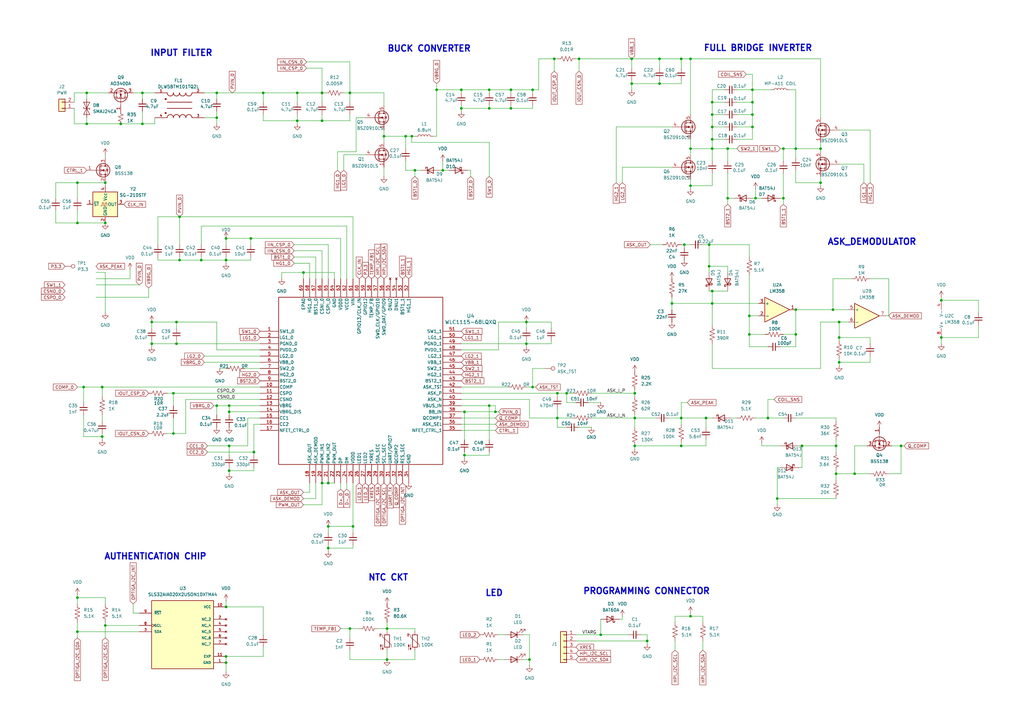
<source format=kicad_sch>
(kicad_sch (version 20231120) (generator "eeschema") (generator_version "8.0")
  (paper "A3")
  (junction (at 336.55 60.96))
  (junction (at 326.39 127))
  (junction (at 43.18 74.93))
  (junction (at 121.92 38.1))
  (junction (at 179.07 36.83))
  (junction (at 328.93 182.88))
  (junction (at 132.08 198.12))
  (junction (at 326.39 137.16))
  (junction (at 200.66 166.37))
  (junction (at 344.17 132.08))
  (junction (at 88.9 38.1))
  (junction (at 279.4 171.45))
  (junction (at 31.75 259.08))
  (junction (at 49.53 50.8))
  (junction (at 189.23 44.45))
  (junction (at 292.1 41.91))
  (junction (at 341.63 127))
  (junction (at 34.29 158.75))
  (junction (at 157.48 55.88))
  (junction (at 270.51 24.13))
  (junction (at 344.17 148.59))
  (junction (at 283.21 252.73))
  (junction (at 270.51 34.29))
  (junction (at 292.1 52.07))
  (junction (at 88.9 166.37))
  (junction (at 232.41 161.29))
  (junction (at 93.98 166.37))
  (junction (at 92.71 269.24))
  (junction (at 58.42 50.8))
  (junction (at 259.08 34.29))
  (junction (at 309.88 81.28))
  (junction (at 292.1 119.38))
  (junction (at 321.31 60.96))
  (junction (at 88.9 48.26))
  (junction (at 92.71 248.92))
  (junction (at 93.98 182.88))
  (junction (at 143.51 38.1))
  (junction (at 298.45 81.28))
  (junction (at 342.9 182.88))
  (junction (at 200.66 36.83))
  (junction (at 283.21 60.96))
  (junction (at 292.1 124.46))
  (junction (at 218.44 36.83))
  (junction (at 190.5 186.69))
  (junction (at 279.4 24.13))
  (junction (at 58.42 38.1))
  (junction (at 227.33 24.13))
  (junction (at 168.91 55.88))
  (junction (at 321.31 81.28))
  (junction (at 336.55 74.93))
  (junction (at 259.08 24.13))
  (junction (at 200.66 44.45))
  (junction (at 280.67 100.33))
  (junction (at 92.71 106.68))
  (junction (at 158.75 257.81))
  (junction (at 107.95 38.1))
  (junction (at 62.23 140.97))
  (junction (at 134.62 224.79))
  (junction (at 35.56 38.1))
  (junction (at 283.21 76.2))
  (junction (at 283.21 24.13))
  (junction (at 290.83 100.33))
  (junction (at 158.75 270.51))
  (junction (at 342.9 194.31))
  (junction (at 93.98 193.04))
  (junction (at 134.62 215.9))
  (junction (at 31.75 245.11))
  (junction (at 350.52 194.31))
  (junction (at 203.2 168.91))
  (junction (at 386.08 123.19))
  (junction (at 104.14 185.42))
  (junction (at 326.39 60.96))
  (junction (at 260.35 182.88))
  (junction (at 71.12 161.29))
  (junction (at 369.57 182.88))
  (junction (at 132.08 49.53))
  (junction (at 289.56 171.45))
  (junction (at 134.62 198.12))
  (junction (at 166.37 55.88))
  (junction (at 31.75 91.44))
  (junction (at 318.77 204.47))
  (junction (at 292.1 57.15))
  (junction (at 31.75 74.93))
  (junction (at 43.18 91.44))
  (junction (at 307.34 137.16))
  (junction (at 82.55 106.68))
  (junction (at 121.92 49.53))
  (junction (at 209.55 36.83))
  (junction (at 218.44 158.75))
  (junction (at 62.23 132.08))
  (junction (at 215.9 140.97))
  (junction (at 144.78 215.9))
  (junction (at 344.17 138.43))
  (junction (at 260.35 171.45))
  (junction (at 314.96 171.45))
  (junction (at 132.08 38.1))
  (junction (at 237.49 24.13))
  (junction (at 298.45 60.96))
  (junction (at 43.18 256.54))
  (junction (at 290.83 109.22))
  (junction (at 41.91 179.07))
  (junction (at 73.66 106.68))
  (junction (at 189.23 36.83))
  (junction (at 92.71 271.78))
  (junction (at 308.61 52.07))
  (junction (at 124.46 111.76))
  (junction (at 73.66 88.9))
  (junction (at 228.6 171.45))
  (junction (at 292.1 60.96))
  (junction (at 170.18 69.85))
  (junction (at 308.61 36.83))
  (junction (at 275.59 124.46))
  (junction (at 308.61 46.99))
  (junction (at 217.17 270.51))
  (junction (at 92.71 97.79))
  (junction (at 209.55 44.45))
  (junction (at 143.51 257.81))
  (junction (at 72.39 140.97))
  (junction (at 308.61 41.91))
  (junction (at 35.56 50.8))
  (junction (at 386.08 138.43))
  (junction (at 41.91 158.75))
  (junction (at 93.98 168.91))
  (junction (at 71.12 177.8))
  (junction (at 279.4 182.88))
  (junction (at 265.43 262.89))
  (junction (at 292.1 46.99))
  (junction (at 260.35 161.29))
  (junction (at 72.39 132.08))
  (junction (at 190.5 168.91))
  (junction (at 215.9 132.08))
  (junction (at 102.87 97.79))
  (junction (at 307.34 129.54))
  (junction (at 181.61 69.85))
  (junction (at 246.38 260.35))
  (junction (at 228.6 161.29))
  (wire (pts (xy 58.42 38.1) (xy 58.42 40.64)))
  (wire (pts (xy 356.87 148.59) (xy 344.17 148.59)))
  (wire (pts (xy 336.55 151.13) (xy 336.55 132.08)))
  (wire (pts (xy 190.5 168.91) (xy 203.2 168.91)))
  (wire (pts (xy 124.46 204.47) (xy 129.54 204.47)))
  (wire (pts (xy 115.57 111.76) (xy 115.57 114.3)))
  (wire (pts (xy 71.12 161.29) (xy 106.68 161.29)))
  (wire (pts (xy 34.29 170.18) (xy 34.29 179.07)))
  (wire (pts (xy 166.37 66.04) (xy 166.37 69.85)))
  (wire (pts (xy 41.91 179.07) (xy 41.91 180.34)))
  (wire (pts (xy 107.95 49.53) (xy 121.92 49.53)))
  (wire (pts (xy 288.29 100.33) (xy 290.83 100.33)))
  (wire (pts (xy 209.55 43.18) (xy 209.55 44.45)))
  (wire (pts (xy 236.22 165.1) (xy 232.41 165.1)))
  (wire (pts (xy 30.48 41.91) (xy 30.48 38.1)))
  (wire (pts (xy 314.96 163.83) (xy 314.96 171.45)))
  (wire (pts (xy 292.1 46.99) (xy 292.1 52.07)))
  (wire (pts (xy 34.29 158.75) (xy 34.29 165.1)))
  (wire (pts (xy 72.39 139.7) (xy 72.39 140.97)))
  (wire (pts (xy 107.95 248.92) (xy 92.71 248.92)))
  (wire (pts (xy 228.6 171.45) (xy 234.95 171.45)))
  (wire (pts (xy 279.4 24.13) (xy 283.21 24.13)))
  (wire (pts (xy 200.66 166.37) (xy 203.2 166.37)))
  (wire (pts (xy 354.33 67.31) (xy 344.17 67.31)))
  (wire (pts (xy 31.75 86.36) (xy 31.75 91.44)))
  (wire (pts (xy 298.45 60.96) (xy 302.26 60.96)))
  (wire (pts (xy 88.9 38.1) (xy 107.95 38.1)))
  (wire (pts (xy 342.9 194.31) (xy 350.52 194.31)))
  (wire (pts (xy 189.23 163.83) (xy 217.17 163.83)))
  (wire (pts (xy 189.23 43.18) (xy 189.23 44.45)))
  (wire (pts (xy 127 201.93) (xy 127 198.12)))
  (wire (pts (xy 328.93 191.77) (xy 327.66 191.77)))
  (wire (pts (xy 265.43 260.35) (xy 265.43 262.89)))
  (wire (pts (xy 107.95 260.35) (xy 107.95 248.92)))
  (wire (pts (xy 309.88 77.47) (xy 309.88 81.28)))
  (wire (pts (xy 308.61 57.15) (xy 302.26 57.15)))
  (wire (pts (xy 262.89 260.35) (xy 265.43 260.35)))
  (wire (pts (xy 31.75 259.08) (xy 31.75 261.62)))
  (wire (pts (xy 217.17 171.45) (xy 228.6 171.45)))
  (wire (pts (xy 354.33 67.31) (xy 354.33 74.93)))
  (wire (pts (xy 320.04 142.24) (xy 326.39 142.24)))
  (wire (pts (xy 170.18 257.81) (xy 158.75 257.81)))
  (wire (pts (xy 292.1 41.91) (xy 292.1 46.99)))
  (wire (pts (xy 279.4 34.29) (xy 270.51 34.29)))
  (wire (pts (xy 320.04 191.77) (xy 318.77 191.77)))
  (wire (pts (xy 386.08 138.43) (xy 386.08 140.97)))
  (wire (pts (xy 369.57 182.88) (xy 365.76 182.88)))
  (wire (pts (xy 189.23 36.83) (xy 179.07 36.83)))
  (wire (pts (xy 62.23 132.08) (xy 62.23 134.62)))
  (wire (pts (xy 214.63 260.35) (xy 217.17 260.35)))
  (wire (pts (xy 236.22 262.89) (xy 265.43 262.89)))
  (wire (pts (xy 170.18 266.7) (xy 170.18 270.51)))
  (wire (pts (xy 302.26 46.99) (xy 308.61 46.99)))
  (wire (pts (xy 254 254) (xy 255.27 254)))
  (wire (pts (xy 232.41 165.1) (xy 232.41 161.29)))
  (wire (pts (xy 137.16 111.76) (xy 124.46 111.76)))
  (wire (pts (xy 200.66 72.39) (xy 200.66 58.42)))
  (wire (pts (xy 312.42 182.88) (xy 312.42 181.61)))
  (wire (pts (xy 157.48 43.18) (xy 157.48 38.1)))
  (wire (pts (xy 190.5 185.42) (xy 190.5 186.69)))
  (wire (pts (xy 172.72 69.85) (xy 170.18 69.85)))
  (wire (pts (xy 143.51 41.91) (xy 143.51 38.1)))
  (wire (pts (xy 88.9 45.72) (xy 88.9 48.26)))
  (wire (pts (xy 226.06 132.08) (xy 226.06 134.62)))
  (wire (pts (xy 313.69 137.16) (xy 307.34 137.16)))
  (wire (pts (xy 34.29 179.07) (xy 41.91 179.07)))
  (wire (pts (xy 62.23 140.97) (xy 62.23 142.24)))
  (wire (pts (xy 120.65 105.41) (xy 129.54 105.41)))
  (wire (pts (xy 283.21 76.2) (xy 292.1 76.2)))
  (wire (pts (xy 292.1 124.46) (xy 292.1 133.35)))
  (wire (pts (xy 71.12 177.8) (xy 68.58 177.8)))
  (wire (pts (xy 302.26 52.07) (xy 308.61 52.07)))
  (wire (pts (xy 246.38 254) (xy 246.38 260.35)))
  (wire (pts (xy 297.18 36.83) (xy 292.1 36.83)))
  (wire (pts (xy 292.1 36.83) (xy 292.1 41.91)))
  (wire (pts (xy 314.96 171.45) (xy 321.31 171.45)))
  (wire (pts (xy 73.66 88.9) (xy 73.66 100.33)))
  (wire (pts (xy 143.51 261.62) (xy 143.51 257.81)))
  (wire (pts (xy 144.78 88.9) (xy 73.66 88.9)))
  (wire (pts (xy 90.17 151.13) (xy 92.71 151.13)))
  (wire (pts (xy 283.21 46.99) (xy 283.21 24.13)))
  (wire (pts (xy 219.71 158.75) (xy 218.44 158.75)))
  (wire (pts (xy 259.08 34.29) (xy 259.08 33.02)))
  (wire (pts (xy 88.9 38.1) (xy 83.82 38.1)))
  (wire (pts (xy 85.09 185.42) (xy 104.14 185.42)))
  (wire (pts (xy 179.07 36.83) (xy 179.07 55.88)))
  (wire (pts (xy 289.56 175.26) (xy 289.56 171.45)))
  (wire (pts (xy 149.86 48.26) (xy 146.05 48.26)))
  (wire (pts (xy 283.21 77.47) (xy 283.21 76.2)))
  (wire (pts (xy 344.17 138.43) (xy 344.17 139.7)))
  (wire (pts (xy 189.23 38.1) (xy 189.23 36.83)))
  (wire (pts (xy 242.57 161.29) (xy 260.35 161.29)))
  (wire (pts (xy 143.51 49.53) (xy 132.08 49.53)))
  (wire (pts (xy 87.63 166.37) (xy 88.9 166.37)))
  (wire (pts (xy 92.71 271.78) (xy 92.71 275.59)))
  (wire (pts (xy 134.62 100.33) (xy 134.62 114.3)))
  (wire (pts (xy 85.09 182.88) (xy 93.98 182.88)))
  (wire (pts (xy 321.31 81.28) (xy 321.31 83.82)))
  (wire (pts (xy 237.49 175.26) (xy 242.57 175.26)))
  (wire (pts (xy 154.94 257.81) (xy 158.75 257.81)))
  (wire (pts (xy 88.9 40.64) (xy 88.9 38.1)))
  (wire (pts (xy 43.18 255.27) (xy 43.18 256.54)))
  (wire (pts (xy 283.21 60.96) (xy 292.1 60.96)))
  (wire (pts (xy 127 107.95) (xy 127 114.3)))
  (wire (pts (xy 279.4 182.88) (xy 279.4 181.61)))
  (wire (pts (xy 344.17 132.08) (xy 344.17 138.43)))
  (wire (pts (xy 143.51 38.1) (xy 140.97 38.1)))
  (wire (pts (xy 242.57 171.45) (xy 260.35 171.45)))
  (wire (pts (xy 35.56 38.1) (xy 44.45 38.1)))
  (wire (pts (xy 43.18 111.76) (xy 43.18 128.27)))
  (wire (pts (xy 275.59 124.46) (xy 275.59 121.92)))
  (wire (pts (xy 106.68 171.45) (xy 101.6 171.45)))
  (wire (pts (xy 88.9 48.26) (xy 83.82 48.26)))
  (wire (pts (xy 144.78 114.3) (xy 144.78 88.9)))
  (wire (pts (xy 106.68 173.99) (xy 104.14 173.99)))
  (wire (pts (xy 53.34 110.49) (xy 53.34 114.3)))
  (wire (pts (xy 102.87 97.79) (xy 102.87 100.33)))
  (wire (pts (xy 218.44 44.45) (xy 209.55 44.45)))
  (wire (pts (xy 73.66 106.68) (xy 82.55 106.68)))
  (wire (pts (xy 134.62 224.79) (xy 134.62 226.06)))
  (wire (pts (xy 215.9 132.08) (xy 215.9 134.62)))
  (wire (pts (xy 260.35 161.29) (xy 260.35 162.56)))
  (wire (pts (xy 326.39 69.85) (xy 326.39 74.93)))
  (wire (pts (xy 336.55 24.13) (xy 336.55 48.26)))
  (wire (pts (xy 290.83 119.38) (xy 292.1 119.38)))
  (wire (pts (xy 309.88 81.28) (xy 312.42 81.28)))
  (wire (pts (xy 143.51 25.4) (xy 143.51 38.1)))
  (wire (pts (xy 311.15 124.46) (xy 292.1 124.46)))
  (wire (pts (xy 259.08 34.29) (xy 259.08 36.83)))
  (wire (pts (xy 144.78 215.9) (xy 144.78 218.44)))
  (wire (pts (xy 347.98 132.08) (xy 344.17 132.08)))
  (wire (pts (xy 93.98 166.37) (xy 106.68 166.37)))
  (wire (pts (xy 30.48 44.45) (xy 30.48 50.8)))
  (wire (pts (xy 132.08 198.12) (xy 134.62 198.12)))
  (wire (pts (xy 107.95 38.1) (xy 121.92 38.1)))
  (wire (pts (xy 144.78 215.9) (xy 144.78 198.12)))
  (wire (pts (xy 190.5 186.69) (xy 190.5 187.96)))
  (wire (pts (xy 125.73 25.4) (xy 143.51 25.4)))
  (wire (pts (xy 237.49 24.13) (xy 259.08 24.13)))
  (wire (pts (xy 217.17 260.35) (xy 217.17 270.51)))
  (wire (pts (xy 336.55 72.39) (xy 336.55 74.93)))
  (wire (pts (xy 298.45 111.76) (xy 298.45 109.22)))
  (wire (pts (xy 93.98 170.18) (xy 93.98 168.91)))
  (wire (pts (xy 290.83 109.22) (xy 298.45 109.22)))
  (wire (pts (xy 255.27 68.58) (xy 275.59 68.58)))
  (wire (pts (xy 326.39 137.16) (xy 326.39 127)))
  (wire (pts (xy 280.67 100.33) (xy 283.21 100.33)))
  (wire (pts (xy 292.1 41.91) (xy 297.18 41.91)))
  (wire (pts (xy 83.82 146.05) (xy 106.68 146.05)))
  (wire (pts (xy 181.61 66.04) (xy 181.61 69.85)))
  (wire (pts (xy 228.6 171.45) (xy 228.6 175.26)))
  (wire (pts (xy 140.97 63.5) (xy 149.86 63.5)))
  (wire (pts (xy 326.39 171.45) (xy 342.9 171.45)))
  (wire (pts (xy 31.75 245.11) (xy 31.75 247.65)))
  (wire (pts (xy 35.56 50.8) (xy 49.53 50.8)))
  (wire (pts (xy 170.18 270.51) (xy 158.75 270.51)))
  (wire (pts (xy 260.35 182.88) (xy 279.4 182.88)))
  (wire (pts (xy 189.23 166.37) (xy 200.66 166.37)))
  (wire (pts (xy 218.44 36.83) (xy 218.44 38.1)))
  (wire (pts (xy 191.77 69.85) (xy 193.04 69.85)))
  (wire (pts (xy 344.17 148.59) (xy 344.17 147.32)))
  (wire (pts (xy 364.49 114.3) (xy 364.49 129.54)))
  (wire (pts (xy 289.56 182.88) (xy 279.4 182.88)))
  (wire (pts (xy 298.45 81.28) (xy 298.45 83.82)))
  (wire (pts (xy 158.75 266.7) (xy 158.75 270.51)))
  (wire (pts (xy 328.93 182.88) (xy 328.93 191.77)))
  (wire (pts (xy 58.42 38.1) (xy 63.5 38.1)))
  (wire (pts (xy 292.1 71.12) (xy 292.1 76.2)))
  (wire (pts (xy 106.68 168.91) (xy 93.98 168.91)))
  (wire (pts (xy 107.95 265.43) (xy 107.95 269.24)))
  (wire (pts (xy 120.65 100.33) (xy 134.62 100.33)))
  (wire (pts (xy 260.35 160.02) (xy 260.35 161.29)))
  (wire (pts (xy 260.35 170.18) (xy 260.35 171.45)))
  (wire (pts (xy 237.49 24.13) (xy 237.49 29.21)))
  (wire (pts (xy 342.9 193.04) (xy 342.9 194.31)))
  (wire (pts (xy 342.9 180.34) (xy 342.9 182.88)))
  (wire (pts (xy 30.48 50.8) (xy 35.56 50.8)))
  (wire (pts (xy 226.06 140.97) (xy 215.9 140.97)))
  (wire (pts (xy 328.93 182.88) (xy 327.66 182.88)))
  (wire (pts (xy 292.1 52.07) (xy 292.1 57.15)))
  (wire (pts (xy 107.95 38.1) (xy 107.95 41.91)))
  (wire (pts (xy 82.55 106.68) (xy 92.71 106.68)))
  (wire (pts (xy 140.97 63.5) (xy 140.97 69.85)))
  (wire (pts (xy 115.57 111.76) (xy 124.46 111.76)))
  (wire (pts (xy 58.42 50.8) (xy 63.5 50.8)))
  (wire (pts (xy 132.08 27.94) (xy 132.08 38.1)))
  (wire (pts (xy 58.42 45.72) (xy 58.42 50.8)))
  (wire (pts (xy 179.07 55.88) (xy 177.8 55.88)))
  (wire (pts (xy 189.23 44.45) (xy 189.23 45.72)))
  (wire (pts (xy 209.55 36.83) (xy 209.55 38.1)))
  (wire (pts (xy 401.32 138.43) (xy 386.08 138.43)))
  (wire (pts (xy 321.31 60.96) (xy 326.39 60.96)))
  (wire (pts (xy 41.91 170.18) (xy 41.91 172.72)))
  (wire (pts (xy 54.61 38.1) (xy 58.42 38.1)))
  (wire (pts (xy 132.08 49.53) (xy 121.92 49.53)))
  (wire (pts (xy 157.48 55.88) (xy 166.37 55.88)))
  (wire (pts (xy 218.44 43.18) (xy 218.44 44.45)))
  (wire (pts (xy 60.96 118.11) (xy 60.96 121.92)))
  (wire (pts (xy 228.6 161.29) (xy 228.6 162.56)))
  (wire (pts (xy 139.7 114.3) (xy 139.7 97.79)))
  (wire (pts (xy 62.23 139.7) (xy 62.23 140.97)))
  (wire (pts (xy 181.61 69.85) (xy 184.15 69.85)))
  (wire (pts (xy 190.5 168.91) (xy 190.5 180.34)))
  (wire (pts (xy 203.2 173.99) (xy 189.23 173.99)))
  (wire (pts (xy 107.95 46.99) (xy 107.95 49.53)))
  (wire (pts (xy 218.44 158.75) (xy 215.9 158.75)))
  (wire (pts (xy 203.2 168.91) (xy 204.47 168.91)))
  (wire (pts (xy 356.87 140.97) (xy 356.87 138.43)))
  (wire (pts (xy 64.77 105.41) (xy 64.77 106.68)))
  (wire (pts (xy 93.98 166.37) (xy 93.98 168.91)))
  (wire (pts (xy 274.32 171.45) (xy 279.4 171.45)))
  (wire (pts (xy 308.61 36.83) (xy 316.23 36.83)))
  (wire (pts (xy 88.9 166.37) (xy 88.9 170.18)))
  (wire (pts (xy 290.83 100.33) (xy 307.34 100.33)))
  (wire (pts (xy 31.75 91.44) (xy 43.18 91.44)))
  (wire (pts (xy 289.56 180.34) (xy 289.56 182.88)))
  (wire (pts (xy 88.9 48.26) (xy 88.9 50.8)))
  (wire (pts (xy 215.9 132.08) (xy 226.06 132.08)))
  (wire (pts (xy 227.33 24.13) (xy 228.6 24.13)))
  (wire (pts (xy 260.35 171.45) (xy 269.24 171.45)))
  (wire (pts (xy 64.77 106.68) (xy 73.66 106.68)))
  (wire (pts (xy 92.71 246.38) (xy 92.71 248.92)))
  (wire (pts (xy 92.71 269.24) (xy 92.71 271.78)))
  (wire (pts (xy 288.29 262.89) (xy 288.29 266.7)))
  (wire (pts (xy 200.66 166.37) (xy 200.66 180.34)))
  (wire (pts (xy 62.23 132.08) (xy 72.39 132.08)))
  (wire (pts (xy 157.48 68.58) (xy 157.48 72.39)))
  (wire (pts (xy 292.1 119.38) (xy 298.45 119.38)))
  (wire (pts (xy 101.6 171.45) (xy 101.6 182.88)))
  (wire (pts (xy 292.1 57.15) (xy 292.1 60.96)))
  (wire (pts (xy 200.66 43.18) (xy 200.66 44.45)))
  (wire (pts (xy 220.98 24.13) (xy 227.33 24.13)))
  (wire (pts (xy 279.4 24.13) (xy 279.4 27.94)))
  (wire (pts (xy 35.56 38.1) (xy 35.56 40.64)))
  (wire (pts (xy 364.49 194.31) (xy 369.57 194.31)))
  (wire (pts (xy 232.41 161.29) (xy 228.6 161.29)))
  (wire (pts (xy 356.87 114.3) (xy 364.49 114.3)))
  (wire (pts (xy 189.23 168.91) (xy 190.5 168.91)))
  (wire (pts (xy 82.55 92.71) (xy 82.55 100.33)))
  (wire (pts (xy 104.14 185.42) (xy 104.14 186.69)))
  (wire (pts (xy 166.37 55.88) (xy 166.37 60.96)))
  (wire (pts (xy 342.9 204.47) (xy 318.77 204.47)))
  (wire (pts (xy 280.67 100.33) (xy 280.67 101.6)))
  (wire (pts (xy 157.48 55.88) (xy 157.48 58.42)))
  (wire (pts (xy 76.2 163.83) (xy 106.68 163.83)))
  (wire (pts (xy 279.4 100.33) (xy 280.67 100.33)))
  (wire (pts (xy 226.06 139.7) (xy 226.06 140.97)))
  (wire (pts (xy 31.75 243.84) (xy 31.75 245.11)))
  (wire (pts (xy 88.9 166.37) (xy 93.98 166.37)))
  (wire (pts (xy 132.08 38.1) (xy 133.35 38.1)))
  (wire (pts (xy 326.39 36.83) (xy 326.39 60.96)))
  (wire (pts (xy 143.51 270.51) (xy 158.75 270.51)))
  (wire (pts (xy 132.08 41.91) (xy 132.08 38.1)))
  (wire (pts (xy 134.62 198.12) (xy 137.16 198.12)))
  (wire (pts (xy 318.77 191.77) (xy 318.77 204.47)))
  (wire (pts (xy 336.55 76.2) (xy 336.55 74.93)))
  (wire (pts (xy 302.26 41.91) (xy 308.61 41.91)))
  (wire (pts (xy 328.93 182.88) (xy 342.9 182.88)))
  (wire (pts (xy 292.1 46.99) (xy 297.18 46.99)))
  (wire (pts (xy 292.1 124.46) (xy 292.1 119.38)))
  (wire (pts (xy 298.45 71.12) (xy 298.45 81.28)))
  (wire (pts (xy 401.32 128.27) (xy 401.32 123.19)))
  (wire (pts (xy 355.6 182.88) (xy 350.52 182.88)))
  (wire (pts (xy 157.48 38.1) (xy 143.51 38.1)))
  (wire (pts (xy 241.3 165.1) (xy 246.38 165.1)))
  (wire (pts (xy 134.62 215.9) (xy 144.78 215.9)))
  (wire (pts (xy 307.34 137.16) (xy 307.34 129.54)))
  (wire (pts (xy 138.43 62.23) (xy 138.43 69.85)))
  (wire (pts (xy 139.7 97.79) (xy 102.87 97.79)))
  (wire (pts (xy 320.04 60.96) (xy 321.31 60.96)))
  (wire (pts (xy 307.34 113.03) (xy 307.34 129.54)))
  (wire (pts (xy 132.08 38.1) (xy 121.92 38.1)))
  (wire (pts (xy 298.45 66.04) (xy 298.45 60.96)))
  (wire (pts (xy 288.29 252.73) (xy 283.21 252.73)))
  (wire (pts (xy 326.39 60.96) (xy 336.55 60.96)))
  (wire (pts (xy 275.59 52.07) (xy 252.73 52.07)))
  (wire (pts (xy 356.87 53.34) (xy 344.17 53.34)))
  (wire (pts (xy 193.04 69.85) (xy 193.04 72.39)))
  (wire (pts (xy 72.39 140.97) (xy 62.23 140.97)))
  (wire (pts (xy 189.23 143.51) (xy 204.47 143.51)))
  (wire (pts (xy 279.4 33.02) (xy 279.4 34.29)))
  (wire (pts (xy 292.1 60.96) (xy 292.1 66.04)))
  (wire (pts (xy 356.87 148.59) (xy 356.87 146.05)))
  (wire (pts (xy 364.49 129.54) (xy 363.22 129.54)))
  (wire (pts (xy 259.08 24.13) (xy 270.51 24.13)))
  (wire (pts (xy 134.62 215.9) (xy 134.62 218.44)))
  (wire (pts (xy 232.41 161.29) (xy 234.95 161.29)))
  (wire (pts (xy 22.86 74.93) (xy 31.75 74.93)))
  (wire (pts (xy 82.55 105.41) (xy 82.55 106.68)))
  (wire (pts (xy 179.07 34.29) (xy 179.07 36.83)))
  (wire (pts (xy 236.22 24.13) (xy 237.49 24.13)))
  (wire (pts (xy 120.65 102.87) (xy 132.08 102.87)))
  (wire (pts (xy 307.34 142.24) (xy 307.34 137.16)))
  (wire (pts (xy 93.98 191.77) (xy 93.98 193.04)))
  (wire (pts (xy 121.92 49.53) (xy 121.92 50.8)))
  (wire (pts (xy 318.77 204.47) (xy 318.77 207.01)))
  (wire (pts (xy 64.77 100.33) (xy 64.77 88.9)))
  (wire (pts (xy 270.51 27.94) (xy 270.51 24.13)))
  (wire (pts (xy 217.17 270.51) (xy 217.17 273.05)))
  (wire (pts (xy 218.44 151.13) (xy 218.44 158.75)))
  (wire (pts (xy 255.27 74.93) (xy 255.27 68.58)))
  (wire (pts (xy 276.86 262.89) (xy 276.86 266.7)))
  (wire (pts (xy 203.2 166.37) (xy 203.2 168.91)))
  (wire (pts (xy 102.87 105.41) (xy 102.87 106.68)))
  (wire (pts (xy 200.66 36.83) (xy 209.55 36.83)))
  (wire (pts (xy 71.12 161.29) (xy 71.12 166.37)))
  (wire (pts (xy 344.17 148.59) (xy 344.17 149.86)))
  (wire (pts (xy 302.26 36.83) (xy 308.61 36.83)))
  (wire (pts (xy 200.66 36.83) (xy 189.23 36.83)))
  (wire (pts (xy 166.37 55.88) (xy 168.91 55.88)))
  (wire (pts (xy 157.48 53.34) (xy 157.48 55.88)))
  (wire (pts (xy 100.33 151.13) (xy 106.68 151.13)))
  (wire (pts (xy 71.12 177.8) (xy 76.2 177.8)))
  (wire (pts (xy 369.57 194.31) (xy 369.57 182.88)))
  (wire (pts (xy 326.39 74.93) (xy 336.55 74.93)))
  (wire (pts (xy 41.91 158.75) (xy 41.91 162.56)))
  (wire (pts (xy 168.91 55.88) (xy 170.18 55.88)))
  (wire (pts (xy 307.34 105.41) (xy 307.34 100.33)))
  (wire (pts (xy 34.29 158.75) (xy 41.91 158.75)))
  (wire (pts (xy 30.48 38.1) (xy 35.56 38.1)))
  (wire (pts (xy 49.53 50.8) (xy 58.42 50.8)))
  (wire (pts (xy 270.51 24.13) (xy 279.4 24.13)))
  (wire (pts (xy 401.32 123.19) (xy 386.08 123.19)))
  (wire (pts (xy 342.9 182.88) (xy 342.9 185.42)))
  (wire (pts (xy 125.73 27.94) (xy 132.08 27.94)))
  (wire (pts (xy 41.91 158.75) (xy 106.68 158.75)))
  (wire (pts (xy 142.24 114.3) (xy 142.24 92.71)))
  (wire (pts (xy 350.52 194.31) (xy 350.52 182.88)))
  (wire (pts (xy 104.14 173.99) (xy 104.14 185.42)))
  (wire (pts (xy 102.87 106.68) (xy 92.71 106.68)))
  (wire (pts (xy 146.05 62.23) (xy 138.43 62.23)))
  (wire (pts (xy 326.39 60.96) (xy 326.39 64.77)))
  (wire (pts (xy 104.14 193.04) (xy 93.98 193.04)))
  (wire (pts (xy 309.88 171.45) (xy 314.96 171.45)))
  (wire (pts (xy 215.9 140.97) (xy 215.9 142.24)))
  (wire (pts (xy 308.61 52.07) (xy 308.61 57.15)))
  (wire (pts (xy 121.92 46.99) (xy 121.92 49.53)))
  (wire (pts (xy 43.18 256.54) (xy 57.15 256.54)))
  (wire (pts (xy 124.46 207.01) (xy 132.08 207.01)))
  (wire (pts (xy 326.39 142.24) (xy 326.39 137.16)))
  (wire (pts (xy 260.35 182.88) (xy 260.35 184.15)))
  (wire (pts (xy 168.91 58.42) (xy 168.91 55.88)))
  (wire (pts (xy 299.72 171.45) (xy 302.26 171.45)))
  (wire (pts (xy 321.31 81.28) (xy 321.31 71.12)))
  (wire (pts (xy 170.18 257.81) (xy 170.18 259.08)))
  (wire (pts (xy 217.17 163.83) (xy 217.17 171.45)))
  (wire (pts (xy 236.22 260.35) (xy 246.38 260.35)))
  (wire (pts (xy 83.82 148.59) (xy 106.68 148.59)))
  (wire (pts (xy 132.08 207.01) (xy 132.08 198.12)))
  (wire (pts (xy 260.35 171.45) (xy 260.35 175.26)))
  (wire (pts (xy 93.98 193.04) (xy 93.98 194.31)))
  (wire (pts (xy 31.75 259.08) (xy 57.15 259.08)))
  (wire (pts (xy 72.39 132.08) (xy 72.39 134.62)))
  (wire (pts (xy 270.51 34.29) (xy 270.51 33.02)))
  (wire (pts (xy 266.7 100.33) (xy 271.78 100.33)))
  (wire (pts (xy 283.21 60.96) (xy 283.21 63.5)))
  (wire (pts (xy 139.7 257.81) (xy 143.51 257.81)))
  (wire (pts (xy 218.44 36.83) (xy 220.98 36.83)))
  (wire (pts (xy 129.54 204.47) (xy 129.54 198.12)))
  (wire (pts (xy 308.61 30.48) (xy 308.61 36.83)))
  (wire (pts (xy 283.21 24.13) (xy 336.55 24.13)))
  (wire (pts (xy 314.96 142.24) (xy 307.34 142.24)))
  (wire (pts (xy 143.51 266.7) (xy 143.51 270.51)))
  (wire (pts (xy 279.4 165.1) (xy 279.4 171.45)))
  (wire (pts (xy 292.1 60.96) (xy 298.45 60.96)))
  (wire (pts (xy 142.24 92.71) (xy 82.55 92.71)))
  (wire (pts (xy 189.23 140.97) (xy 215.9 140.97)))
  (wire (pts (xy 320.04 182.88) (xy 312.42 182.88)))
  (wire (pts (xy 259.08 34.29) (xy 270.51 34.29)))
  (wire (pts (xy 144.78 223.52) (xy 144.78 224.79)))
  (wire (pts (xy 259.08 27.94) (xy 259.08 24.13)))
  (wire (pts (xy 308.61 36.83) (xy 308.61 41.91)))
  (wire (pts (xy 215.9 139.7) (xy 215.9 140.97)))
  (wire (pts (xy 341.63 127) (xy 326.39 127)))
  (wire (pts (xy 283.21 57.15) (xy 283.21 60.96)))
  (wire (pts (xy 200.66 38.1) (xy 200.66 36.83)))
  (wire (pts (xy 321.31 137.16) (xy 326.39 137.16)))
  (wire (pts (xy 317.5 163.83) (xy 314.96 163.83)))
  (wire (pts (xy 31.75 74.93) (xy 43.18 74.93)))
  (wire (pts (xy 60.96 121.92) (xy 39.37 121.92)))
  (wire (pts (xy 92.71 97.79) (xy 92.71 100.33)))
  (wire (pts (xy 342.9 171.45) (xy 342.9 172.72)))
  (wire (pts (xy 292.1 151.13) (xy 336.55 151.13)))
  (wire (pts (xy 252.73 52.07) (xy 252.73 74.93)))
  (wire (pts (xy 347.98 127) (xy 341.63 127)))
  (wire (pts (xy 54.61 251.46) (xy 57.15 251.46)))
  (wire (pts (xy 214.63 270.51) (xy 217.17 270.51)))
  (wire (pts (xy 76.2 177.8) (xy 76.2 163.83)))
  (wire (pts (xy 208.28 158.75) (xy 189.23 158.75)))
  (wire (pts (xy 341.63 114.3) (xy 341.63 127)))
  (wire (pts (xy 356.87 74.93) (xy 356.87 53.34)))
  (wire (pts (xy 132.08 102.87) (xy 132.08 114.3)))
  (wire (pts (xy 137.16 114.3) (xy 137.16 111.76)))
  (wire (pts (xy 386.08 121.92) (xy 386.08 123.19)))
  (wire (pts (xy 292.1 140.97) (xy 292.1 151.13)))
  (wire (pts (xy 255.27 252.73) (xy 255.27 254)))
  (wire (pts (xy 158.75 255.27) (xy 158.75 257.81)))
  (wire (pts (xy 63.5 50.8) (xy 63.5 48.26)))
  (wire (pts (xy 158.75 257.81) (xy 158.75 259.08)))
  (wire (pts (xy 88.9 143.51) (xy 88.9 132.08)))
  (wire (pts (xy 321.31 66.04) (xy 321.31 60.96)))
  (wire (pts (xy 204.47 143.51) (xy 204.47 132.08)))
  (wire (pts (xy 139.7 198.12) (xy 139.7 200.66)))
  (wire (pts (xy 22.86 91.44) (xy 31.75 91.44)))
  (wire (pts (xy 92.71 97.79) (xy 102.87 97.79)))
  (wire (pts (xy 93.98 182.88) (xy 93.98 186.69)))
  (wire (pts (xy 73.66 105.41) (xy 73.66 106.68)))
  (wire (pts (xy 41.91 177.8) (xy 41.91 179.07)))
  (wire (pts (xy 356.87 194.31) (xy 350.52 194.31)))
  (wire (pts (xy 71.12 171.45) (xy 71.12 177.8)))
  (wire (pts (xy 290.83 109.22) (xy 290.83 111.76)))
  (wire (pts (xy 73.66 88.9) (xy 64.77 88.9)))
  (wire (pts (xy 204.47 260.35) (xy 207.01 260.35)))
  (wire (pts (xy 143.51 257.81) (xy 147.32 257.81)))
  (wire (pts (xy 342.9 194.31) (xy 342.9 196.85)))
  (wire (pts (xy 336.55 60.96) (xy 336.55 62.23)))
  (wire (pts (xy 288.29 255.27) (xy 288.29 252.73)))
  (wire (pts (xy 300.99 81.28) (xy 298.45 81.28)))
  (wire (pts (xy 308.61 46.99) (xy 308.61 52.07)))
  (wire (pts (xy 203.2 171.45) (xy 189.23 171.45)))
  (wire (pts (xy 106.68 143.51) (xy 88.9 143.51)))
  (wire (pts (xy 22.86 81.28) (xy 22.86 74.93)))
  (wire (pts (xy 290.83 100.33) (xy 290.83 109.22)))
  (wire (pts (xy 104.14 191.77) (xy 104.14 193.04)))
  (wire (pts (xy 209.55 44.45) (xy 200.66 44.45)))
  (wire (pts (xy 227.33 24.13) (xy 227.33 29.21)))
  (wire (pts (xy 281.94 165.1) (xy 279.4 165.1)))
  (wire (pts (xy 124.46 201.93) (xy 127 201.93)))
  (wire (pts (xy 308.61 81.28) (xy 309.88 81.28)))
  (wire (pts (xy 142.24 198.12) (xy 142.24 200.66)))
  (wire (pts (xy 336.55 58.42) (xy 336.55 60.96)))
  (wire (pts (xy 72.39 140.97) (xy 106.68 140.97)))
  (wire (pts (xy 129.54 105.41) (xy 129.54 114.3)))
  (wire (pts (xy 356.87 138.43) (xy 344.17 138.43)))
  (wire (pts (xy 43.18 256.54) (xy 43.18 261.62)))
  (wire (pts (xy 200.66 44.45) (xy 189.23 44.45)))
  (wire (pts (xy 31.75 81.28) (xy 31.75 74.93)))
  (wire (pts (xy 306.07 30.48) (xy 308.61 30.48)))
  (wire (pts (xy 121.92 38.1) (xy 121.92 41.91)))
  (wire (pts (xy 43.18 247.65) (xy 43.18 245.11)))
  (wire (pts (xy 101.6 182.88) (xy 93.98 182.88)))
  (wire (pts (xy 223.52 151.13) (xy 218.44 151.13)))
  (wire (pts (xy 143.51 46.99) (xy 143.51 49.53)))
  (wire (pts (xy 166.37 69.85) (xy 170.18 69.85)))
  (wire (pts (xy 209.55 36.83) (xy 218.44 36.83)))
  (wire (pts (xy 200.66 58.42) (xy 168.91 58.42)))
  (wire (pts (xy 292.1 57.15) (xy 297.18 57.15)))
  (wire (pts (xy 170.18 69.85) (xy 170.18 72.39)))
  (wire (pts (xy 320.04 81.28) (xy 321.31 81.28)))
  (wire (pts (xy 307.34 129.54) (xy 311.15 129.54)))
  (wire (pts (xy 92.71 105.41) (xy 92.71 106.68)))
  (wire (pts (xy 401.32 133.35) (xy 401.32 138.43)))
  (wire (pts (xy 132.08 46.99) (xy 132.08 49.53)))
  (wire (pts (xy 369.57 182.88) (xy 370.84 182.88)))
  (wire (pts (xy 200.66 185.42) (xy 200.66 186.69)))
  (wire (pts (xy 107.95 269.24) (xy 92.71 269.24)))
  (wire (pts (xy 204.47 132.08) (xy 215.9 132.08)))
  (wire (pts (xy 43.18 63.5) (xy 43.18 64.77)))
  (wire (pts (xy 35.56 48.26) (xy 35.56 50.8)))
  (wire (pts (xy 180.34 69.85) (xy 181.61 69.85)))
  (wire (pts (xy 54.61 247.65) (xy 54.61 251.46)))
  (wire (pts (xy 189.23 161.29) (xy 228.6 161.29)))
  (wire (pts (xy 275.59 124.46) (xy 292.1 124.46)))
  (wire (pts (xy 144.78 224.79) (xy 134.62 224.79)))
  (wire (pts (xy 246.38 260.35) (xy 257.81 260.35)))
  (wire (pts (xy 276.86 252.73) (xy 276.86 255.27)))
  (wire (pts (xy 275.59 124.46) (xy 275.59 127)))
  (wire (pts (xy 220.98 24.13) (xy 220.98 36.83)))
  (wire (pts (xy 292.1 52.07) (xy 297.18 52.07)))
  (wire (pts (xy 120.65 107.95) (xy 127 107.95)))
  (wire (pts (xy 92.71 106.68) (xy 92.71 107.95)))
  (wire (pts (xy 289.56 171.45) (xy 279.4 171.45)))
  (wire (pts (xy 276.86 252.73) (xy 283.21 252.73)))
  (wire (pts (xy 31.75 255.27) (xy 31.75 259.08)))
  (wire (pts (xy 39.37 111.76) (xy 43.18 111.76)))
  (wire (pts (xy 124.46 111.76) (xy 124.46 114.3)))
  (wire (pts (xy 232.41 175.26) (xy 228.6 175.26)))
  (wire (pts (xy 265.43 262.89) (xy 265.43 264.16)))
  (wire (pts (xy 39.37 114.3) (xy 53.34 114.3)))
  (wire (pts (xy 88.9 132.08) (xy 72.39 132.08)))
  (wire (pts (xy 279.4 171.45) (xy 279.4 173.99)))
  (wire (pts (xy 200.66 186.69) (xy 190.5 186.69)))
  (wire (pts (xy 146.05 48.26) (xy 146.05 62.23)))
  (wire (pts (xy 228.6 167.64) (xy 228.6 171.45)))
  (wire (pts (xy 43.18 245.11) (xy 31.75 245.11)))
  (wire (pts (xy 289.56 171.45) (xy 292.1 171.45)))
  (wire (pts (xy 326.39 36.83) (xy 323.85 36.83)))
  (wire (pts (xy 203.2 176.53) (xy 189.23 176.53)))
  (wire (pts (xy 134.62 223.52) (xy 134.62 224.79)))
  (wire (pts (xy 43.18 74.93) (xy 43.18 76.2)))
  (wire (pts (xy 336.55 132.08) (xy 344.17 132.08)))
  (wire (pts (xy 22.86 86.36) (xy 22.86 91.44)))
  (wire (pts (xy 204.47 270.51) (xy 207.01 270.51)))
  (wire (pts (xy 349.25 114.3) (xy 341.63 114.3)))
  (wire (pts (xy 31.75 158.75) (xy 34.29 158.75)))
  (wire (pts (xy 39.37 116.84) (xy 57.15 116.84)))
  (wire (pts (xy 283.21 73.66) (xy 283.21 76.2)))
  (wire (pts (xy 68.58 161.29) (xy 71.12 161.29)))
  (wire (pts (xy 283.21 251.46) (xy 283.21 252.73)))
  (wire (pts (xy 308.61 41.91) (xy 308.61 46.99)))
  (text "BUCK CONVERTER" (at 176.022 20.066 0) (effects (font (size 2.54 2.54) (thickness 0.508) (bold yes))))
  (text "ASK_DEMODULATOR" (at 357.632 99.314 0) (effects (font (size 2.54 2.54) (thickness 0.508) (bold yes))))
  (text "INPUT FILTER" (at 74.422 21.844 0) (effects (font (size 2.54 2.54) (thickness 0.508) (bold yes))))
  (text "NTC CKT" (at 159.258 236.982 0) (effects (font (size 2.54 2.54) (thickness 0.508) (bold yes))))
  (text "LED" (at 202.692 243.332 0) (effects (font (size 2.54 2.54) (thickness 0.508) (bold yes))))
  (text "FULL BRIDGE INVERTER" (at 310.896 19.812 0) (effects (font (size 2.54 2.54) (thickness 0.508) (bold yes))))
  (text "AUTHENTICATION CHIP" (at 63.754 228.346 0) (effects (font (size 2.54 2.54) (thickness 0.508) (bold yes))))
  (text "PROGRAMMING CONNECTOR" (at 265.176 242.57 0) (effects (font (size 2.54 2.54) (thickness 0.508) (bold yes))))
  (label "VTARG" (at 238.76 260.35 0) (effects (font (thickness 0.1588))))
  (label "CSNO_0" (at 88.9 163.83 0))
  (label "ASK_I_N" (at 248.92 171.45 0))
  (label "ASK_I_P" (at 248.92 161.29 0))
  (label "CSPO_0" (at 88.9 161.29 0))
  (global_label "ASK_DEMOD" (shape input) (at 203.2 173.99 0) (property "Intersheetrefs" "${INTERSHEET_REFS}" (effects (hide yes))))
  (global_label "IOUT_CSN_0" (shape input) (at 237.49 29.21 270) (property "Intersheetrefs" "${INTERSHEET_REFS}" (effects (hide yes))))
  (global_label "ASK_DEMOD" (shape input) (at 364.49 129.54 0) (property "Intersheetrefs" "${INTERSHEET_REFS}" (effects (hide yes))))
  (global_label "VBRG_0" (shape input) (at 87.63 166.37 180) (property "Intersheetrefs" "${INTERSHEET_REFS}" (effects (hide yes))))
  (global_label "HPI_I2C_SCL" (shape input) (at 276.86 266.7 270) (property "Intersheetrefs" "${INTERSHEET_REFS}" (effects (hide yes))))
  (global_label "ASK_OUT" (shape input) (at 266.7 100.33 180) (property "Intersheetrefs" "${INTERSHEET_REFS}" (effects (hide yes))))
  (global_label "LED_1" (shape input) (at 147.32 198.12 270) (property "Intersheetrefs" "${INTERSHEET_REFS}" (effects (hide yes))))
  (global_label "TEMP_FB1" (shape input) (at 139.7 257.81 180) (effects (font (thickness 0.1588))) (property "Intersheetrefs" "${INTERSHEET_REFS}" (effects (hide yes))))
  (global_label "HPI_I2C_SDA" (shape input) (at 236.22 270.51 0) (property "Intersheetrefs" "${INTERSHEET_REFS}" (effects (hide yes))))
  (global_label "BST1_0" (shape input) (at 170.18 72.39 270) (property "Intersheetrefs" "${INTERSHEET_REFS}" (effects (hide yes))))
  (global_label "PVIN_0" (shape input) (at 204.47 168.91 0) (property "Intersheetrefs" "${INTERSHEET_REFS}" (effects (hide yes))))
  (global_label "CLK_IN" (shape input) (at 50.8 83.82 0) (property "Intersheetrefs" "${INTERSHEET_REFS}" (effects (hide yes))))
  (global_label "Q_COMP" (shape input) (at 162.56 198.12 270) (property "Intersheetrefs" "${INTERSHEET_REFS}" (effects (hide yes))))
  (global_label "LG1_1" (shape input) (at 354.33 74.93 270) (property "Intersheetrefs" "${INTERSHEET_REFS}" (effects (hide yes))))
  (global_label "ASK_PEAK" (shape input) (at 281.94 165.1 0) (property "Intersheetrefs" "${INTERSHEET_REFS}" (effects (hide yes))))
  (global_label "LED_1" (shape input) (at 196.85 270.51 180) (effects (font (thickness 0.1588))) (property "Intersheetrefs" "${INTERSHEET_REFS}" (effects (hide yes))))
  (global_label "VBB_1" (shape input) (at 189.23 148.59 0) (property "Intersheetrefs" "${INTERSHEET_REFS}" (effects (hide yes))))
  (global_label "BST2_0" (shape input) (at 193.04 72.39 270) (property "Intersheetrefs" "${INTERSHEET_REFS}" (effects (hide yes))))
  (global_label "LG1_0" (shape input) (at 140.97 69.85 270) (property "Intersheetrefs" "${INTERSHEET_REFS}" (effects (hide yes))))
  (global_label "IIN_CSP_0" (shape input) (at 125.73 27.94 180) (property "Intersheetrefs" "${INTERSHEET_REFS}" (effects (hide yes))))
  (global_label "SW2_1" (shape input) (at 189.23 151.13 0) (property "Intersheetrefs" "${INTERSHEET_REFS}" (effects (hide yes))))
  (global_label "CTRL_1" (shape input) (at 203.2 176.53 0) (property "Intersheetrefs" "${INTERSHEET_REFS}" (effects (hide yes))))
  (global_label "XRES" (shape input) (at 236.22 265.43 0) (property "Intersheetrefs" "${INTERSHEET_REFS}" (effects (hide yes))))
  (global_label "OPTIGA_I2C_SCL" (shape input) (at 157.48 198.12 270) (property "Intersheetrefs" "${INTERSHEET_REFS}" (effects (hide yes))))
  (global_label "LED_2" (shape input) (at 196.85 260.35 180) (effects (font (thickness 0.1588))) (property "Intersheetrefs" "${INTERSHEET_REFS}" (effects (hide yes))))
  (global_label "HG1_1" (shape input) (at 167.64 114.3 90) (property "Intersheetrefs" "${INTERSHEET_REFS}" (effects (hide yes))))
  (global_label "LED_2" (shape input) (at 149.86 198.12 270) (property "Intersheetrefs" "${INTERSHEET_REFS}" (effects (hide yes))))
  (global_label "PWM_OUT" (shape input) (at 124.46 207.01 180) (property "Intersheetrefs" "${INTERSHEET_REFS}" (effects (hide yes))))
  (global_label "LG2_1" (shape input) (at 255.27 74.93 270) (property "Intersheetrefs" "${INTERSHEET_REFS}" (effects (hide yes))))
  (global_label "XRES" (shape input) (at 152.4 198.12 270) (property "Intersheetrefs" "${INTERSHEET_REFS}" (effects (hide yes))))
  (global_label "LG2_0" (shape input) (at 83.82 146.05 180) (property "Intersheetrefs" "${INTERSHEET_REFS}" (effects (hide yes))))
  (global_label "COIL_SNS" (shape input) (at 317.5 163.83 0) (property "Intersheetrefs" "${INTERSHEET_REFS}" (effects (hide yes))))
  (global_label "SW2_1" (shape input) (at 302.26 60.96 0) (property "Intersheetrefs" "${INTERSHEET_REFS}" (effects (hide yes))))
  (global_label "SW1_0" (shape input) (at 200.66 72.39 270) (property "Intersheetrefs" "${INTERSHEET_REFS}" (effects (hide yes))))
  (global_label "COIL_SNS" (shape input) (at 306.07 30.48 180) (property "Intersheetrefs" "${INTERSHEET_REFS}" (effects (hide yes))))
  (global_label "ASK_OUT" (shape input) (at 124.46 201.93 180) (property "Intersheetrefs" "${INTERSHEET_REFS}" (effects (hide yes))))
  (global_label "VBRG_0" (shape input) (at 60.96 118.11 90) (property "Intersheetrefs" "${INTERSHEET_REFS}" (effects (hide yes))))
  (global_label "SW1_1" (shape input) (at 189.23 135.89 0) (property "Intersheetrefs" "${INTERSHEET_REFS}" (effects (hide yes))))
  (global_label "CTRL_1" (shape input) (at 35.56 69.85 180) (property "Intersheetrefs" "${INTERSHEET_REFS}" (effects (hide yes))))
  (global_label "P3.3" (shape input) (at 149.86 114.3 90) (property "Intersheetrefs" "${INTERSHEET_REFS}" (effects (hide yes))))
  (global_label "IOUT_CSP_0" (shape input) (at 60.96 161.29 180) (property "Intersheetrefs" "${INTERSHEET_REFS}" (effects (hide yes))))
  (global_label "HG1_1" (shape input) (at 356.87 74.93 270) (property "Intersheetrefs" "${INTERSHEET_REFS}" (effects (hide yes))))
  (global_label "CLK_IN" (shape input) (at 147.32 114.3 90) (property "Intersheetrefs" "${INTERSHEET_REFS}" (effects (hide yes))))
  (global_label "TEMP_FB1" (shape input) (at 152.4 114.3 90) (property "Intersheetrefs" "${INTERSHEET_REFS}" (effects (hide yes))))
  (global_label "P3.3" (shape input) (at 26.67 109.22 180) (property "Intersheetrefs" "${INTERSHEET_REFS}" (effects (hide yes))))
  (global_label "SW1_1" (shape input) (at 320.04 60.96 180) (property "Intersheetrefs" "${INTERSHEET_REFS}" (effects (hide yes))))
  (global_label "PVIN_0" (shape input) (at 73.66 88.9 90) (property "Intersheetrefs" "${INTERSHEET_REFS}" (effects (hide yes))))
  (global_label "BST2_1" (shape input) (at 189.23 156.21 0) (property "Intersheetrefs" "${INTERSHEET_REFS}" (effects (hide yes))))
  (global_label "HG2_1" (shape input) (at 252.73 74.93 270) (property "Intersheetrefs" "${INTERSHEET_REFS}" (effects (hide yes))))
  (global_label "SW1_0" (shape input) (at 106.68 135.89 180) (property "Intersheetrefs" "${INTERSHEET_REFS}" (effects (hide yes))))
  (global_label "BST1_0" (shape input) (at 120.65 105.41 180) (property "Intersheetrefs" "${INTERSHEET_REFS}" (effects (hide yes))))
  (global_label "D+_0" (shape input) (at 139.7 200.66 270) (property "Intersheetrefs" "${INTERSHEET_REFS}" (effects (hide yes))))
  (global_label "OPTIGA_I2C_INT" (shape input) (at 165.1 198.12 270) (property "Intersheetrefs" "${INTERSHEET_REFS}" (effects (hide yes))))
  (global_label "PVIN_0" (shape input) (at 95.25 38.1 90) (property "Intersheetrefs" "${INTERSHEET_REFS}" (effects (hide yes))))
  (global_label "HPI_I2C_SCL" (shape input) (at 236.22 267.97 0) (property "Intersheetrefs" "${INTERSHEET_REFS}" (effects (hide yes))))
  (global_label "LG1_0" (shape input) (at 106.68 138.43 180) (property "Intersheetrefs" "${INTERSHEET_REFS}" (effects (hide yes))))
  (global_label "IOUT_CSP_0" (shape input) (at 227.33 29.21 270) (property "Intersheetrefs" "${INTERSHEET_REFS}" (effects (hide yes))))
  (global_label "BST2_0" (shape input) (at 106.68 156.21 180) (property "Intersheetrefs" "${INTERSHEET_REFS}" (effects (hide yes))))
  (global_label "LG1_1" (shape input) (at 189.23 138.43 0) (property "Intersheetrefs" "${INTERSHEET_REFS}" (effects (hide yes))))
  (global_label "SW1_1" (shape input) (at 26.67 116.84 180) (property "Intersheetrefs" "${INTERSHEET_REFS}" (effects (hide yes))))
  (global_label "OPTIGA_I2C_SCL" (shape input) (at 43.18 261.62 270) (property "Intersheetrefs" "${INTERSHEET_REFS}" (effects (hide yes))))
  (global_label "IOUT_CSN_0" (shape input) (at 60.96 177.8 180) (property "Intersheetrefs" "${INTERSHEET_REFS}" (effects (hide yes))))
  (global_label "OPTIGA_I2C_SDA" (shape input) (at 31.75 261.62 270) (property "Intersheetrefs" "${INTERSHEET_REFS}" (effects (hide yes))))
  (global_label "HG2_1" (shape input) (at 189.23 153.67 0) (property "Intersheetrefs" "${INTERSHEET_REFS}" (effects (hide yes))))
  (global_label "ASK_TST" (shape input) (at 219.71 158.75 0) (property "Intersheetrefs" "${INTERSHEET_REFS}" (effects (hide yes))))
  (global_label "HG1_0" (shape input) (at 138.43 69.85 270) (property "Intersheetrefs" "${INTERSHEET_REFS}" (effects (hide yes))))
  (global_label "HG1_0" (shape input) (at 120.65 107.95 180) (property "Intersheetrefs" "${INTERSHEET_REFS}" (effects (hide yes))))
  (global_label "ASK_DEMOD" (shape input) (at 124.46 204.47 180) (property "Intersheetrefs" "${INTERSHEET_REFS}" (effects (hide yes))))
  (global_label "BST1_1" (shape input) (at 165.1 114.3 90) (property "Intersheetrefs" "${INTERSHEET_REFS}" (effects (hide yes))))
  (global_label "ASK_PEAK" (shape input) (at 39.37 109.22 0) (property "Intersheetrefs" "${INTERSHEET_REFS}" (effects (hide yes))))
  (global_label "OPTIGA_I2C_INT" (shape input) (at 54.61 247.65 90) (property "Intersheetrefs" "${INTERSHEET_REFS}" (effects (hide yes))))
  (global_label "BST2_1" (shape input) (at 298.45 83.82 270) (property "Intersheetrefs" "${INTERSHEET_REFS}" (effects (hide yes))))
  (global_label "IIN_CSP_0" (shape input) (at 120.65 100.33 180) (property "Intersheetrefs" "${INTERSHEET_REFS}" (effects (hide yes))))
  (global_label "CSPO_0" (shape input) (at 26.67 121.92 180) (property "Intersheetrefs" "${INTERSHEET_REFS}" (effects (hide yes))))
  (global_label "VBRG_0" (shape input) (at 83.82 148.59 180) (property "Intersheetrefs" "${INTERSHEET_REFS}" (effects (hide yes))))
  (global_label "HG2_0" (shape input) (at 106.68 153.67 180) (property "Intersheetrefs" "${INTERSHEET_REFS}" (effects (hide yes))))
  (global_label "Q_COMP" (shape input) (at 370.84 182.88 0) (property "Intersheetrefs" "${INTERSHEET_REFS}" (effects (hide yes))))
  (global_label "HPI_I2C_SDA" (shape input) (at 288.29 266.7 270) (property "Intersheetrefs" "${INTERSHEET_REFS}" (effects (hide yes))))
  (global_label "BST1_1" (shape input) (at 321.31 83.82 270) (property "Intersheetrefs" "${INTERSHEET_REFS}" (effects (hide yes))))
  (global_label "CSNO_0" (shape input) (at 26.67 119.38 180) (property "Intersheetrefs" "${INTERSHEET_REFS}" (effects (hide yes))))
  (global_label "Q_COMP" (shape input) (at 203.2 171.45 0) (property "Intersheetrefs" "${INTERSHEET_REFS}" (effects (hide yes))))
  (global_label "IIN_CSN_0" (shape input) (at 125.73 25.4 180) (property "Intersheetrefs" "${INTERSHEET_REFS}" (effects (hide yes))))
  (global_label "HPI_I2C_SCL" (shape input) (at 154.94 114.3 90) (property "Intersheetrefs" "${INTERSHEET_REFS}" (effects (hide yes))))
  (global_label "IIN_CSN_0" (shape input) (at 120.65 102.87 180) (property "Intersheetrefs" "${INTERSHEET_REFS}" (effects (hide yes))))
  (global_label "COMP_0" (shape input) (at 31.75 158.75 180) (property "Intersheetrefs" "${INTERSHEET_REFS}" (effects (hide yes))))
  (global_label "UART_TX" (shape input) (at 160.02 198.12 270) (property "Intersheetrefs" "${INTERSHEET_REFS}" (effects (hide yes))))
  (global_label "VBB_1" (shape input) (at 259.08 24.13 90) (property "Intersheetrefs" "${INTERSHEET_REFS}" (effects (hide yes))))
  (global_label "LG2_1" (shape input) (at 189.23 146.05 0) (property "Intersheetrefs" "${INTERSHEET_REFS}" (effects (hide yes))))
  (global_label "CC1_0" (shape input) (at 85.09 182.88 180) (property "Intersheetrefs" "${INTERSHEET_REFS}" (effects (hide yes))))
  (global_label "CC2_0" (shape input) (at 85.09 185.42 180) (property "Intersheetrefs" "${INTERSHEET_REFS}" (effects (hide yes))))
  (global_label "VBRG_0" (shape input) (at 179.07 34.29 90) (property "Intersheetrefs" "${INTERSHEET_REFS}" (effects (hide yes))))
  (global_label "OPTIGA_I2C_SDA" (shape input) (at 154.94 198.12 270) (property "Intersheetrefs" "${INTERSHEET_REFS}" (effects (hide yes))))
  (global_label "HPI_I2C_SDA" (shape input) (at 157.48 114.3 90) (property "Intersheetrefs" "${INTERSHEET_REFS}" (effects (hide yes))))
  (global_label "D-_0" (shape input) (at 142.24 200.66 270) (property "Intersheetrefs" "${INTERSHEET_REFS}" (effects (hide yes))))
  (global_label "PVIN_0" (shape input) (at 57.15 116.84 90) (property "Intersheetrefs" "${INTERSHEET_REFS}" (effects (hide yes))))
  (symbol (lib_id "Device:R_US") (at 275.59 100.33 90) (unit 1)
    (property "Reference" "R6" (at 275.59 93.98 90))
    (property "Value" "1K" (at 275.59 96.52 90))
    (property "Footprint" "Resistor_SMD:R_0603_1608Metric" (effects (hide yes)))
    (property "Description" "Resistor, US symbol" (effects (hide yes)))
  )
  (symbol (lib_id "Device:C_Small") (at 275.59 129.54 180) (unit 1)
    (property "Reference" "C3" (at 271.018 127.762 0))
    (property "Value" "22nF" (at 271.526 130.048 0))
    (property "Footprint" "Capacitor_SMD:C_0603_1608Metric" (effects (hide yes)))
    (property "Description" "Unpolarized capacitor, small symbol" (effects (hide yes)))
  )
  (symbol (lib_id "Device:R_Small_US") (at 49.53 48.26 0) (unit 1)
    (property "Reference" "R35" (at 52.07 46.9899 0) (effects (justify left)))
    (property "Value" "1K" (at 52.07 49.5299 0) (effects (justify left)))
    (property "Footprint" "Resistor_SMD:R_0402_1005Metric" (effects (hide yes)))
    (property "Description" "Resistor, small US symbol" (effects (hide yes)))
  )
  (symbol (lib_id "Device:C_Small") (at 299.72 52.07 270) (unit 1)
    (property "Reference" "C16" (at 296.418 50.546 90))
    (property "Value" "0.1uF" (at 303.53 50.546 90))
    (property "Footprint" "Capacitor_SMD:C_0805_2012Metric" (effects (hide yes)))
    (property "Description" "Unpolarized capacitor, small symbol" (effects (hide yes)))
  )
  (symbol (lib_id "Device:C_Small") (at 93.98 189.23 180) (unit 1)
    (property "Reference" "C31" (at 89.662 187.96 0))
    (property "Value" "330pF" (at 89.662 190.5 0))
    (property "Footprint" "Capacitor_SMD:C_0603_1608Metric" (effects (hide yes)))
    (property "Description" "Unpolarized capacitor, small symbol" (effects (hide yes)))
  )
  (symbol (lib_id "Amplifier_Operational:LM358") (at 383.54 130.81 180) (unit 3)
    (property "Reference" "U2" (at 387.35 129.5399 0) (effects (justify right)))
    (property "Value" "LM358" (at 387.35 132.0799 0) (effects (justify right)))
    (property "Footprint" "Package_SO:SOIC-8_3.9x4.9mm_P1.27mm" (effects (hide yes)))
    (property "Datasheet" "http://www.ti.com/lit/ds/symlink/lm2904-n.pdf" (effects (hide yes)))
    (property "Description" "Low-Power, Dual Operational Amplifiers, DIP-8/SOIC-8/TO-99-8" (effects (hide yes)))
  )
  (symbol (lib_id "Device:C_Small") (at 200.66 40.64 180) (unit 1)
    (property "Reference" "C15" (at 196.088 38.862 0))
    (property "Value" "4.7uF" (at 196.596 41.148 0))
    (property "Footprint" "Capacitor_SMD:C_0603_1608Metric" (effects (hide yes)))
    (property "Description" "Unpolarized capacitor, small symbol" (effects (hide yes)))
  )
  (symbol (lib_id "Device:R_US") (at 260.35 179.07 0) (unit 1)
    (property "Reference" "R27" (at 262.89 177.7999 0) (effects (justify left)))
    (property "Value" "130K" (at 262.89 180.3399 0) (effects (justify left)))
    (property "Footprint" "Resistor_SMD:R_0603_1608Metric" (effects (hide yes)))
    (property "Description" "Resistor, US symbol" (effects (hide yes)))
  )
  (symbol (lib_id "Device:R_US") (at 212.09 158.75 270) (unit 1)
    (property "Reference" "R22" (at 207.518 157.734 90))
    (property "Value" "0R" (at 215.9 157.734 90))
    (property "Footprint" "Resistor_SMD:R_0603_1608Metric" (effects (hide yes)))
    (property "Description" "Resistor, US symbol" (effects (hide yes)))
  )
  (symbol (lib_id "Device:C_Small") (at 234.95 175.26 270) (unit 1)
    (property "Reference" "C50" (at 232.156 173.736 90))
    (property "Value" "10nF" (at 239.014 173.736 90))
    (property "Footprint" "Capacitor_SMD:C_0402_1005Metric" (effects (hide yes)))
    (property "Description" "Unpolarized capacitor, small symbol" (effects (hide yes)))
  )
  (symbol (lib_id "Device:R_US") (at 200.66 260.35 90) (unit 1)
    (property "Reference" "R2" (at 200.66 254 90))
    (property "Value" "1K" (at 200.66 256.54 90))
    (property "Footprint" "Resistor_SMD:R_0402_1005Metric" (effects (hide yes)))
    (property "Description" "Resistor, US symbol" (effects (hide yes)))
  )
  (symbol (lib_id "power:GND") (at 215.9 142.24 0) (unit 1)
    (property "Reference" "#PWR039" (effects (hide yes)))
    (property "Value" "GND" (at 215.9 147.32 0))
    (property "Description" "Power symbol creates a global label with name \"GND\" , ground" (effects (hide yes)))
  )
  (symbol (lib_id "power:VDD") (at 215.9 132.08 0) (unit 1)
    (property "Reference" "#PWR038" (effects (hide yes)))
    (property "Value" "VDD" (at 215.9 127 0))
    (property "Description" "Power symbol creates a global label with name \"VDD\"" (effects (hide yes)))
  )
  (symbol (lib_id "power:GND") (at 275.59 132.08 0) (unit 1)
    (property "Reference" "#PWR07" (effects (hide yes)))
    (property "Value" "GND" (at 275.59 137.16 0))
    (property "Description" "Power symbol creates a global label with name \"GND\" , ground" (effects (hide yes)))
  )
  (symbol (lib_id "Device:R_US") (at 238.76 171.45 270) (unit 1)
    (property "Reference" "R24" (at 234.188 170.434 90))
    (property "Value" "10R" (at 242.57 170.434 90))
    (property "Footprint" "Resistor_SMD:R_0603_1608Metric" (effects (hide yes)))
    (property "Description" "Resistor, US symbol" (effects (hide yes)))
  )
  (symbol (lib_id "Device:R_US") (at 64.77 177.8 270) (unit 1)
    (property "Reference" "R19" (at 64.77 173.736 90))
    (property "Value" "10R" (at 64.77 175.514 90))
    (property "Footprint" "Resistor_SMD:R_0603_1608Metric" (effects (hide yes)))
    (property "Description" "Resistor, US symbol" (effects (hide yes)))
  )
  (symbol (lib_id "Diode:BAT54J") (at 316.23 81.28 180) (unit 1)
    (property "Reference" "D7" (at 311.15 79.756 0) (effects (justify right)))
    (property "Value" "BAT54J" (at 311.15 77.216 0) (effects (justify right)))
    (property "Footprint" "Diode_SMD:D_SOD-323F" (effects (hide yes)))
    (property "Datasheet" "https://assets.nexperia.com/documents/data-sheet/BAT54J.pdf" (effects (hide yes)))
    (property "Description" "30V 200mA Schottky diode, SOD-323F" (effects (hide yes)))
  )
  (symbol (lib_id "Device:C_Small") (at 271.78 171.45 270) (unit 1)
    (property "Reference" "C52" (at 268.986 169.926 90))
    (property "Value" "0.1uF" (at 275.844 169.926 90))
    (property "Footprint" "Capacitor_SMD:C_0402_1005Metric" (effects (hide yes)))
    (property "Description" "Unpolarized capacitor, small symbol" (effects (hide yes)))
  )
  (symbol (lib_id "Amplifier_Operational:LM358") (at 318.77 127 0) (unit 1)
    (property "Reference" "U2" (at 318.77 116.84 0))
    (property "Value" "LM358" (at 318.77 119.38 0))
    (property "Footprint" "Package_SO:SOIC-8_3.9x4.9mm_P1.27mm" (effects (hide yes)))
    (property "Datasheet" "http://www.ti.com/lit/ds/symlink/lm2904-n.pdf" (effects (hide yes)))
    (property "Description" "Low-Power, Dual Operational Amplifiers, DIP-8/SOIC-8/TO-99-8" (effects (hide yes)))
  )
  (symbol (lib_id "Device:Thermistor_NTC") (at 170.18 262.89 0) (unit 1)
    (property "Reference" "TH2" (at 172.72 261.9374 0) (effects (justify left)))
    (property "Value" "100K" (at 172.72 264.4774 0) (effects (justify left)))
    (property "Footprint" "Connector_PinHeader_2.54mm:PinHeader_1x02_P2.54mm_Vertical" (effects (hide yes)))
    (property "Description" "Temperature dependent resistor, negative temperature coefficient" (effects (hide yes)))
  )
  (symbol (lib_id "Device:C_Small") (at 218.44 40.64 180) (unit 1)
    (property "Reference" "C58" (at 213.868 38.862 0))
    (property "Value" "0.1uF" (at 214.376 41.148 0))
    (property "Footprint" "Capacitor_SMD:C_0402_1005Metric" (effects (hide yes)))
    (property "Description" "Unpolarized capacitor, small symbol" (effects (hide yes)))
  )
  (symbol (lib_id "Device:R_US") (at 232.41 24.13 270) (unit 1)
    (property "Reference" "R13" (at 232.41 17.78 90))
    (property "Value" "0.01R" (at 232.41 20.32 90))
    (property "Footprint" "Resistor_SMD:R_1206_3216Metric" (effects (hide yes)))
    (property "Description" "Resistor, US symbol" (effects (hide yes)))
  )
  (symbol (lib_id "power:GND") (at 88.9 175.26 0) (unit 1)
    (property "Reference" "#PWR030" (effects (hide yes)))
    (property "Value" "GND" (at 88.9 180.34 0))
    (property "Description" "Power symbol creates a global label with name \"GND\" , ground" (effects (hide yes)))
  )
  (symbol (lib_id "Device:LED") (at 210.82 260.35 180) (unit 1)
    (property "Reference" "D1" (at 212.4075 252.73 0))
    (property "Value" "LED" (at 212.4075 255.27 0))
    (property "Footprint" "LED_SMD:LED_0603_1608Metric" (effects (hide yes)))
    (property "Description" "Light emitting diode" (effects (hide yes)))
  )
  (symbol (lib_id "power:GND") (at 318.77 207.01 0) (unit 1)
    (property "Reference" "#PWR046" (effects (hide yes)))
    (property "Value" "GND" (at 318.77 211.074 0))
    (property "Description" "Power symbol creates a global label with name \"GND\" , ground" (effects (hide yes)))
  )
  (symbol (lib_id "Device:C_Small") (at 107.95 262.89 180) (unit 1)
    (property "Reference" "C28" (at 103.632 261.62 0))
    (property "Value" "0.1uF" (at 103.632 264.16 0))
    (property "Footprint" "Capacitor_SMD:C_0402_1005Metric" (effects (hide yes)))
    (property "Description" "Unpolarized capacitor, small symbol" (effects (hide yes)))
  )
  (symbol (lib_id "Device:C_Small") (at 299.72 41.91 270) (unit 1)
    (property "Reference" "C19" (at 296.164 40.132 90))
    (property "Value" "0.1uF" (at 303.53 40.386 90))
    (property "Footprint" "Capacitor_SMD:C_0805_2012Metric" (effects (hide yes)))
    (property "Description" "Unpolarized capacitor, small symbol" (effects (hide yes)))
  )
  (symbol (lib_id "Device:R_US") (at 288.29 259.08 180) (unit 1)
    (property "Reference" "R17" (at 290.83 257.8099 0) (effects (justify right)))
    (property "Value" "5.1K" (at 290.83 260.3499 0) (effects (justify right)))
    (property "Footprint" "Capacitor_SMD:C_0402_1005Metric" (effects (hide yes)))
    (property "Description" "Resistor, US symbol" (effects (hide yes)))
  )
  (symbol (lib_id "Device:C_Small") (at 226.06 137.16 180) (unit 1)
    (property "Reference" "C46" (at 221.742 135.89 0))
    (property "Value" "1uF" (at 221.742 138.43 0))
    (property "Footprint" "Capacitor_SMD:C_0603_1608Metric" (effects (hide yes)))
    (property "Description" "Unpolarized capacitor, small symbol" (effects (hide yes)))
  )
  (symbol (lib_id "Device:C_Small") (at 88.9 43.18 180) (unit 1)
    (property "Reference" "C10" (at 84.328 41.402 0))
    (property "Value" "4.7uF" (at 84.836 43.688 0))
    (property "Footprint" "Capacitor_SMD:C_0603_1608Metric" (effects (hide yes)))
    (property "Description" "Unpolarized capacitor, small symbol" (effects (hide yes)))
  )
  (symbol (lib_id "Diode:BAT54J") (at 298.45 115.57 90) (unit 1)
    (property "Reference" "D4" (at 299.72 110.49 0) (effects (justify right)))
    (property "Value" "BAT54J" (at 302.26 110.49 0) (effects (justify right)))
    (property "Footprint" "Diode_SMD:D_SOD-323F" (effects (hide yes)))
    (property "Datasheet" "https://assets.nexperia.com/documents/data-sheet/BAT54J.pdf" (effects (hide yes)))
    (property "Description" "30V 200mA Schottky diode, SOD-323F" (effects (hide yes)))
  )
  (symbol (lib_id "power:GND") (at 92.71 107.95 0) (unit 1)
    (property "Reference" "#PWR037" (effects (hide yes)))
    (property "Value" "GND" (at 92.71 113.03 0))
    (property "Description" "Power symbol creates a global label with name \"GND\" , ground" (effects (hide yes)))
  )
  (symbol (lib_id "SLS32AIA020X2USON10XTMA4:SLS32AIA020X2USON10XTMA4") (at 74.93 259.08 0) (unit 1)
    (property "Reference" "U3" (at 74.93 241.3 0))
    (property "Value" "SLS32AIA020X2USON10XTMA4" (at 74.93 243.84 0))
    (property "Footprint" "Footprints-Models:SON50P300X300X60-11N" (effects (hide yes)))
    (property "B_NOM" "0.25" (effects (hide yes)))
    (property "D_MAX" "3.0" (effects (hide yes)))
    (property "B_MAX" "0.3" (effects (hide yes)))
    (property "ENOM" "0.5" (effects (hide yes)))
    (property "D_NOM" "3.0" (effects (hide yes)))
    (property "L_MAX" "0.45" (effects (hide yes)))
    (property "E2_NOM" "1.7" (effects (hide yes)))
    (property "STANDARD" "IPC 7351B" (effects (hide yes)))
    (property "PARTREV" "2.6" (effects (hide yes)))
    (property "E_NOM" "3.0" (effects (hide yes)))
    (property "B_MIN" "0.2" (effects (hide yes)))
    (property "D2_NOM" "2.5" (effects (hide yes)))
    (property "PIN_COUNT" "10.0" (effects (hide yes)))
    (property "L_NOM" "0.4" (effects (hide yes)))
    (property "MANUFACTURER" "Infineon Technologies" (effects (hide yes)))
    (property "MAXIMUM_PACKAGE_HEIGHT" "0.6mm" (effects (hide yes)))
    (property "E_MIN" "3.0" (effects (hide yes)))
    (property "D_MIN" "3.0" (effects (hide yes)))
    (property "L_MIN" "0.35" (effects (hide yes)))
    (property "E_MAX" "3.0" (effects (hide yes)))
  )
  (symbol (lib_id "Device:C_Small") (at 134.62 220.98 180) (unit 1)
    (property "Reference" "C29" (at 130.302 219.71 0))
    (property "Value" "0.1uF" (at 130.302 222.25 0))
    (property "Footprint" "Capacitor_SMD:C_0402_1005Metric" (effects (hide yes)))
    (property "Description" "Unpolarized capacitor, small symbol" (effects (hide yes)))
  )
  (symbol (lib_id "power:VDD") (at 260.35 152.4 0) (unit 1)
    (property "Reference" "#PWR043" (effects (hide yes)))
    (property "Value" "VDD" (at 260.35 147.32 0))
    (property "Description" "Power symbol creates a global label with name \"VDD\"" (effects (hide yes)))
  )
  (symbol (lib_id "Device:C_Small") (at 34.29 167.64 180) (unit 1)
    (property "Reference" "C35" (at 29.972 166.37 0))
    (property "Value" "1nF" (at 29.972 168.91 0))
    (property "Footprint" "Capacitor_SMD:C_0402_1005Metric" (effects (hide yes)))
    (property "Description" "Unpolarized capacitor, small symbol" (effects (hide yes)))
  )
  (symbol (lib_id "power:GND") (at 344.17 149.86 0) (unit 1)
    (property "Reference" "#PWR09" (effects (hide yes)))
    (property "Value" "GND" (at 344.17 154.94 0))
    (property "Description" "Power symbol creates a global label with name \"GND\" , ground" (effects (hide yes)))
  )
  (symbol (lib_id "Device:R_US") (at 41.91 166.37 180) (unit 1)
    (property "Reference" "R18" (at 44.45 165.0999 0) (effects (justify right)))
    (property "Value" "1K" (at 44.45 167.6399 0) (effects (justify right)))
    (property "Footprint" "Resistor_SMD:R_0603_1608Metric" (effects (hide yes)))
    (property "Description" "Resistor, US symbol" (effects (hide yes)))
  )
  (symbol (lib_id "power:VDD") (at 158.75 247.65 0) (unit 1)
    (property "Reference" "#PWR05" (effects (hide yes)))
    (property "Value" "VDD" (at 158.75 242.57 0))
    (property "Description" "Power symbol creates a global label with name \"VDD\"" (effects (hide yes)))
  )
  (symbol (lib_id "Device:C_Small") (at 299.72 57.15 270) (unit 1)
    (property "Reference" "C18" (at 296.418 55.626 90))
    (property "Value" "0.1uF" (at 303.53 55.626 90))
    (property "Footprint" "Capacitor_SMD:C_0805_2012Metric" (effects (hide yes)))
    (property "Description" "Unpolarized capacitor, small symbol" (effects (hide yes)))
  )
  (symbol (lib_id "power:GND") (at 121.92 50.8 0) (unit 1)
    (property "Reference" "#PWR013" (effects (hide yes)))
    (property "Value" "GND" (at 121.92 55.88 0))
    (property "Description" "Power symbol creates a global label with name \"GND\" , ground" (effects (hide yes)))
  )
  (symbol (lib_id "haidv_library:BSZ0910LS") (at 339.09 67.31 0) (mirror y) (unit 1)
    (property "Reference" "Q7" (at 347.726 69.088 0) (effects (justify left)))
    (property "Value" "BSZ0910LS" (at 347.726 71.628 0) (effects (justify left)))
    (property "Footprint" "TSDSON-8-26:IFX-PG-TSDSON-8-26-V" (effects (hide yes)))
    (property "Datasheet" "https://www.infineon.com/dgdl/Infineon-BSZ0910LS-DataSheet-v02_00-EN.pdf?fileId=5546d46271bf4f9201720e9f3ab57cdf" (effects (hide yes)))
    (property "Description" "MOSFET N-CH 30V 18A/40A TSDSON" (effects (hide yes)))
  )
  (symbol (lib_id "Device:R_US") (at 360.68 194.31 90) (mirror x) (unit 1)
    (property "Reference" "R33" (at 362.966 196.85 90) (effects (justify left)))
    (property "Value" "0R" (at 363.22 198.882 90) (effects (justify left)))
    (property "Footprint" "Resistor_SMD:R_0603_1608Metric" (effects (hide yes)))
    (property "Description" "Resistor, US symbol" (effects (hide yes)))
  )
  (symbol (lib_id "Device:C_Small") (at 326.39 67.31 0) (mirror x) (unit 1)
    (property "Reference" "C24" (at 330.962 65.532 0))
    (property "Value" "10nF" (at 330.454 67.818 0))
    (property "Footprint" "Capacitor_SMD:C_0603_1608Metric" (effects (hide yes)))
    (property "Description" "Unpolarized capacitor, small symbol" (effects (hide yes)))
  )
  (symbol (lib_id "power:GND") (at 260.35 184.15 0) (unit 1)
    (property "Reference" "#PWR044" (effects (hide yes)))
    (property "Value" "GND" (at 260.35 188.214 0))
    (property "Description" "Power symbol creates a global label with name \"GND\" , ground" (effects (hide yes)))
  )
  (symbol (lib_name "BSZ0910LS_2") (lib_id "haidv_library:BSZ0910LS") (at 154.94 48.26 0) (unit 1)
    (property "Reference" "Q5" (at 146.304 50.038 0) (effects (justify left)))
    (property "Value" "BSZ0910LS" (at 146.304 52.578 0) (effects (justify left)))
    (property "Footprint" "TSDSON-8-26:IFX-PG-TSDSON-8-26-V" (effects (hide yes)))
    (property "Datasheet" "https://www.infineon.com/dgdl/Infineon-BSZ0910LS-DataSheet-v02_00-EN.pdf?fileId=5546d46271bf4f9201720e9f3ab57cdf" (effects (hide yes)))
    (property "Description" "MOSFET N-CH 30V 18A/40A TSDSON" (effects (hide yes)))
  )
  (symbol (lib_id "power:GND") (at 62.23 142.24 0) (unit 1)
    (property "Reference" "#PWR034" (effects (hide yes)))
    (property "Value" "GND" (at 62.23 147.32 0))
    (property "Description" "Power symbol creates a global label with name \"GND\" , ground" (effects (hide yes)))
  )
  (symbol (lib_id "Device:R_US") (at 158.75 251.46 180) (unit 1)
    (property "Reference" "R3" (at 161.29 250.1899 0) (effects (justify right)))
    (property "Value" "80.6K" (at 161.29 252.7299 0) (effects (justify right)))
    (property "Footprint" "Resistor_SMD:R_0603_1608Metric" (effects (hide yes)))
    (property "Description" "Resistor, US symbol" (effects (hide yes)))
  )
  (symbol (lib_name "BSZ0910LS_3") (lib_id "haidv_library:BSZ0910LS") (at 280.67 52.07 0) (unit 1)
    (property "Reference" "Q2" (at 272.034 53.848 0) (effects (justify left)))
    (property "Value" "BSZ0910LS" (at 272.034 56.388 0) (effects (justify left)))
    (property "Footprint" "TSDSON-8-26:IFX-PG-TSDSON-8-26-V" (effects (hide yes)))
    (property "Datasheet" "https://www.infineon.com/dgdl/Infineon-BSZ0910LS-DataSheet-v02_00-EN.pdf?fileId=5546d46271bf4f9201720e9f3ab57cdf" (effects (hide yes)))
    (property "Description" "MOSFET N-CH 30V 18A/40A TSDSON" (effects (hide yes)))
  )
  (symbol (lib_id "DLW5BTM101TQ2L:DLW5BTM101TQ2L") (at 73.66 43.18 0) (unit 1)
    (property "Reference" "FL1" (at 73.2028 33.02 0))
    (property "Value" "DLW5BTM101TQ2L" (at 73.2028 35.56 0))
    (property "Footprint" "Footprints-Models:FIL_DLW5BTM101TQ2L" (effects (hide yes)))
    (property "PARTREV" "N/A" (effects (hide yes)))
    (property "MANUFACTURER" "Murata Electronics" (effects (hide yes)))
    (property "MAXIMUM_PACKAGE_HEIGHT" "2.5 mm" (effects (hide yes)))
    (property "STANDARD" "Manufacturer recommendations" (effects (hide yes)))
  )
  (symbol (lib_id "Amplifier_Operational:LM358") (at 355.6 129.54 0) (unit 2)
    (property "Reference" "U2" (at 355.6 119.38 0))
    (property "Value" "LM358" (at 355.6 121.92 0))
    (property "Footprint" "Package_SO:SOIC-8_3.9x4.9mm_P1.27mm" (effects (hide yes)))
    (property "Datasheet" "http://www.ti.com/lit/ds/symlink/lm2904-n.pdf" (effects (hide yes)))
    (property "Description" "Low-Power, Dual Operational Amplifiers, DIP-8/SOIC-8/TO-99-8" (effects (hide yes)))
  )
  (symbol (lib_id "Connector_Generic:Conn_01x05") (at 231.14 265.43 0) (mirror y) (unit 1)
    (property "Reference" "J1" (at 228.6 264.1599 0) (effects (justify left)))
    (property "Value" "Conn_01x05" (effects (hide yes)))
    (property "Footprint" "Connector_PinHeader_2.54mm:PinHeader_1x05_P2.54mm_Vertical" (effects (hide yes)))
    (property "Description" "Generic connector, single row, 01x05, script generated (kicad-library-utils/schlib/autogen/connector/)" (effects (hide yes)))
  )
  (symbol (lib_id "Device:Thermistor_NTC") (at 158.75 262.89 0) (unit 1)
    (property "Reference" "TH1" (at 161.29 261.9374 0) (effects (justify left)))
    (property "Value" "100K" (at 161.29 264.4774 0) (effects (justify left)))
    (property "Footprint" "Resistor_SMD:R_0603_1608Metric" (effects (hide yes)))
    (property "Description" "Temperature dependent resistor, negative temperature coefficient" (effects (hide yes)))
  )
  (symbol (lib_id "power:GND") (at 43.18 91.44 0) (unit 1)
    (property "Reference" "#PWR048" (effects (hide yes)))
    (property "Value" "GND" (at 43.18 96.52 0))
    (property "Description" "Power symbol creates a global label with name \"GND\" , ground" (effects (hide yes)))
  )
  (symbol (lib_id "Device:C_Small") (at 132.08 44.45 180) (unit 1)
    (property "Reference" "C12" (at 127.508 42.672 0))
    (property "Value" "4.7uF" (at 128.016 44.958 0))
    (property "Footprint" "Capacitor_SMD:C_0603_1608Metric" (effects (hide yes)))
    (property "Description" "Unpolarized capacitor, small symbol" (effects (hide yes)))
  )
  (symbol (lib_id "Device:C_Small") (at 72.39 137.16 180) (unit 1)
    (property "Reference" "C39" (at 68.072 135.89 0))
    (property "Value" "1uF" (at 68.072 138.43 0))
    (property "Footprint" "Capacitor_SMD:C_0603_1608Metric" (effects (hide yes)))
    (property "Description" "Unpolarized capacitor, small symbol" (effects (hide yes)))
  )
  (symbol (lib_id "power:VDD") (at 62.23 132.08 0) (unit 1)
    (property "Reference" "#PWR033" (effects (hide yes)))
    (property "Value" "VDD" (at 62.23 127 0))
    (property "Description" "Power symbol creates a global label with name \"VDD\"" (effects (hide yes)))
  )
  (symbol (lib_id "Connector_Generic:Conn_01x02") (at 25.4 44.45 180) (unit 1)
    (property "Reference" "J2" (at 25.4 35.56 0))
    (property "Value" "PWR" (at 25.4 38.1 0))
    (property "Footprint" "TerminalBlock:TerminalBlock_bornier-2_P5.08mm" (effects (hide yes)))
    (property "Description" "Generic connector, single row, 01x02, script generated (kicad-library-utils/schlib/autogen/connector/)" (effects (hide yes)))
  )
  (symbol (lib_id "Device:C_Small") (at 228.6 165.1 180) (unit 1)
    (property "Reference" "C49" (at 224.282 163.83 0))
    (property "Value" "470nF" (at 224.282 166.37 0))
    (property "Footprint" "Capacitor_SMD:C_0603_1608Metric" (effects (hide yes)))
    (property "Description" "Unpolarized capacitor, small symbol" (effects (hide yes)))
  )
  (symbol (lib_id "Device:C_Small") (at 215.9 137.16 180) (unit 1)
    (property "Reference" "C45" (at 211.582 135.89 0))
    (property "Value" "0.1uF" (at 211.582 138.43 0))
    (property "Footprint" "Capacitor_SMD:C_0402_1005Metric" (effects (hide yes)))
    (property "Description" "Unpolarized capacitor, small symbol" (effects (hide yes)))
  )
  (symbol (lib_id "power:GND") (at 190.5 187.96 0) (unit 1)
    (property "Reference" "#PWR040" (effects (hide yes)))
    (property "Value" "GND" (at 190.5 193.04 0))
    (property "Description" "Power symbol creates a global label with name \"GND\" , ground" (effects (hide yes)))
  )
  (symbol (lib_id "power:GND") (at 265.43 264.16 0) (unit 1)
    (property "Reference" "#PWR03" (effects (hide yes)))
    (property "Value" "GND" (at 265.43 269.24 0))
    (property "Description" "Power symbol creates a global label with name \"GND\" , ground" (effects (hide yes)))
  )
  (symbol (lib_id "power:GND") (at 158.75 270.51 0) (unit 1)
    (property "Reference" "#PWR04" (effects (hide yes)))
    (property "Value" "GND" (at 158.75 275.59 0))
    (property "Description" "Power symbol creates a global label with name \"GND\" , ground" (effects (hide yes)))
  )
  (symbol (lib_id "Device:R_US") (at 307.34 109.22 180) (unit 1)
    (property "Reference" "R7" (at 309.118 108.204 0) (effects (justify right)))
    (property "Value" "5.1K" (at 309.118 110.744 0) (effects (justify right)))
    (property "Footprint" "Resistor_SMD:R_0603_1608Metric" (effects (hide yes)))
    (property "Description" "Resistor, US symbol" (effects (hide yes)))
  )
  (symbol (lib_id "Device:C_Small") (at 82.55 102.87 180) (unit 1)
    (property "Reference" "C42" (at 78.232 101.6 0))
    (property "Value" "0.1uF" (at 78.232 104.14 0))
    (property "Footprint" "Capacitor_SMD:C_0402_1005Metric" (effects (hide yes)))
    (property "Description" "Unpolarized capacitor, small symbol" (effects (hide yes)))
  )
  (symbol (lib_id "Device:LED") (at 210.82 270.51 180) (unit 1)
    (property "Reference" "D2" (at 212.4075 262.89 0))
    (property "Value" "LED" (at 212.4075 265.43 0))
    (property "Footprint" "LED_SMD:LED_0603_1608Metric" (effects (hide yes)))
    (property "Description" "Light emitting diode" (effects (hide yes)))
  )
  (symbol (lib_id "power:GND") (at 246.38 165.1 0) (unit 1)
    (property "Reference" "#PWR042" (effects (hide yes)))
    (property "Value" "GND" (at 246.634 168.91 0))
    (property "Description" "Power symbol creates a global label with name \"GND\" , ground" (effects (hide yes)))
  )
  (symbol (lib_id "power:GND") (at 386.08 140.97 0) (unit 1)
    (property "Reference" "#PWR011" (effects (hide yes)))
    (property "Value" "GND" (at 386.08 146.05 0))
    (property "Description" "Power symbol creates a global label with name \"GND\" , ground" (effects (hide yes)))
  )
  (symbol (lib_id "Diode:BAT54J") (at 304.8 81.28 0) (unit 1)
    (property "Reference" "D6" (at 309.88 82.804 0) (effects (justify right)))
    (property "Value" "BAT54J" (at 309.88 85.344 0) (effects (justify right)))
    (property "Footprint" "Diode_SMD:D_SOD-323F" (effects (hide yes)))
    (property "Datasheet" "https://assets.nexperia.com/documents/data-sheet/BAT54J.pdf" (effects (hide yes)))
    (property "Description" "30V 200mA Schottky diode, SOD-323F" (effects (hide yes)))
  )
  (symbol (lib_id "Device:R_US") (at 342.9 189.23 0) (mirror y) (unit 1)
    (property "Reference" "R31" (at 340.36 187.9599 0) (effects (justify left)))
    (property "Value" "3.6K" (at 340.36 190.4999 0) (effects (justify left)))
    (property "Footprint" "Resistor_SMD:R_0603_1608Metric" (effects (hide yes)))
    (property "Description" "Resistor, US symbol" (effects (hide yes)))
  )
  (symbol (lib_id "power:GND") (at 242.57 175.26 0) (unit 1)
    (property "Reference" "#PWR041" (effects (hide yes)))
    (property "Value" "GND" (at 242.57 179.324 0))
    (property "Description" "Power symbol creates a global label with name \"GND\" , ground" (effects (hide yes)))
  )
  (symbol (lib_id "power:VDD") (at 283.21 251.46 0) (unit 1)
    (property "Reference" "#PWR024" (effects (hide yes)))
    (property "Value" "VDD" (at 283.21 246.38 0))
    (property "Description" "Power symbol creates a global label with name \"VDD\"" (effects (hide yes)))
  )
  (symbol (lib_id "Device:C_Small") (at 270.51 30.48 180) (unit 1)
    (property "Reference" "C22" (at 265.938 28.702 0))
    (property "Value" "4.7uF" (at 266.446 30.988 0))
    (property "Footprint" "Capacitor_SMD:C_0603_1608Metric" (effects (hide yes)))
    (property "Description" "Unpolarized capacitor, small symbol" (effects (hide yes)))
  )
  (symbol (lib_id "Device:C_Small") (at 88.9 172.72 180) (unit 1)
    (property "Reference" "C34" (at 84.582 171.45 0))
    (property "Value" "0.1uF" (at 84.582 173.99 0))
    (property "Footprint" "Capacitor_SMD:C_0402_1005Metric" (effects (hide yes)))
    (property "Description" "Unpolarized capacitor, small symbol" (effects (hide yes)))
  )
  (symbol (lib_id "Device:L") (at 320.04 36.83 90) (unit 1)
    (property "Reference" "L2" (at 320.04 31.75 90))
    (property "Value" "MP-A11 COIL" (at 320.04 34.29 90))
    (property "Footprint" "TerminalBlock:TerminalBlock_bornier-2_P5.08mm" (effects (hide yes)))
    (property "Description" "Inductor" (effects (hide yes)))
  )
  (symbol (lib_id "Device:R_US") (at 306.07 171.45 90) (unit 1)
    (property "Reference" "R29" (at 306.07 165.1 90))
    (property "Value" "5.1K" (at 306.07 167.64 90))
    (property "Footprint" "Resistor_SMD:R_0603_1608Metric" (effects (hide yes)))
    (property "Description" "Resistor, US symbol" (effects (hide yes)))
  )
  (symbol (lib_id "Device:C_Small") (at 166.37 63.5 180) (unit 1)
    (property "Reference" "C27" (at 161.798 61.722 0))
    (property "Value" "0.1uF" (at 162.306 64.008 0))
    (property "Footprint" "Capacitor_SMD:C_0402_1005Metric" (effects (hide yes)))
    (property "Description" "Unpolarized capacitor, small symbol" (effects (hide yes)))
  )
  (symbol (lib_id "Device:C_Small") (at 73.66 102.87 180) (unit 1)
    (property "Reference" "C43" (at 69.342 101.6 0))
    (property "Value" "1uF" (at 69.342 104.14 0))
    (property "Footprint" "Capacitor_SMD:C_0603_1608Metric" (effects (hide yes)))
    (property "Description" "Unpolarized capacitor, small symbol" (effects (hide yes)))
  )
  (symbol (lib_id "Device:C_Small") (at 22.86 83.82 180) (unit 1)
    (property "Reference" "C55" (at 18.542 82.55 0))
    (property "Value" "0.1uF" (at 18.542 85.09 0))
    (property "Footprint" "Capacitor_SMD:C_0402_1005Metric" (effects (hide yes)))
    (property "Description" "Unpolarized capacitor, small symbol" (effects (hide yes)))
  )
  (symbol (lib_id "Device:C_Small") (at 321.31 68.58 0) (mirror y) (unit 1)
    (property "Reference" "C26" (at 316.484 67.564 0))
    (property "Value" "0.1uF" (at 316.484 69.85 0))
    (property "Footprint" "Capacitor_SMD:C_0603_1608Metric" (effects (hide yes)))
    (property "Description" "Unpolarized capacitor, small symbol" (effects (hide yes)))
  )
  (symbol (lib_id "Device:C_Small") (at 292.1 68.58 180) (unit 1)
    (property "Reference" "C23" (at 287.528 66.802 0))
    (property "Value" "10nF" (at 288.036 69.088 0))
    (property "Footprint" "Capacitor_SMD:C_0603_1608Metric" (effects (hide yes)))
    (property "Description" "Unpolarized capacitor, small symbol" (effects (hide yes)))
  )
  (symbol (lib_id "power:GND") (at 167.64 198.12 0) (unit 1)
    (property "Reference" "#PWR027" (effects (hide yes)))
    (property "Value" "GND" (at 167.64 203.2 0))
    (property "Description" "Power symbol creates a global label with name \"GND\" , ground" (effects (hide yes)))
  )
  (symbol (lib_id "Device:C_Small") (at 189.23 40.64 180) (unit 1)
    (property "Reference" "C14" (at 184.658 38.862 0))
    (property "Value" "4.7uF" (at 185.166 41.148 0))
    (property "Footprint" "Capacitor_SMD:C_0603_1608Metric" (effects (hide yes)))
    (property "Description" "Unpolarized capacitor, small symbol" (effects (hide yes)))
  )
  (symbol (lib_id "power:VDD") (at 134.62 215.9 0) (unit 1)
    (property "Reference" "#PWR026" (effects (hide yes)))
    (property "Value" "VDD" (at 134.62 210.82 0))
    (property "Description" "Power symbol creates a global label with name \"VDD\"" (effects (hide yes)))
  )
  (symbol (lib_id "Device:C_Small") (at 104.14 189.23 180) (unit 1)
    (property "Reference" "C32" (at 99.822 187.96 0))
    (property "Value" "330pF" (at 99.822 190.5 0))
    (property "Footprint" "Capacitor_SMD:C_0603_1608Metric" (effects (hide yes)))
    (property "Description" "Unpolarized capacitor, small symbol" (effects (hide yes)))
  )
  (symbol (lib_id "power:VDD") (at 360.68 175.26 0) (unit 1)
    (property "Reference" "#PWR047" (effects (hide yes)))
    (property "Value" "VDD" (at 360.68 170.18 0))
    (property "Description" "Power symbol creates a global label with name \"VDD\"" (effects (hide yes)))
  )
  (symbol (lib_id "Device:R_US") (at 342.9 200.66 0) (mirror y) (unit 1)
    (property "Reference" "R32" (at 340.36 199.3899 0) (effects (justify left)))
    (property "Value" "20K" (at 340.36 201.9299 0) (effects (justify left)))
    (property "Footprint" "Resistor_SMD:R_0603_1608Metric" (effects (hide yes)))
    (property "Description" "Resistor, US symbol" (effects (hide yes)))
  )
  (symbol (lib_id "power:GND") (at 280.67 106.68 0) (unit 1)
    (property "Reference" "#PWR08" (effects (hide yes)))
    (property "Value" "GND" (at 280.67 111.76 0))
    (property "Description" "Power symbol creates a global label with name \"GND\" , ground" (effects (hide yes)))
  )
  (symbol (lib_id "Diode:BAT54J") (at 187.96 69.85 180) (unit 1)
    (property "Reference" "D10" (at 182.88 68.326 0) (effects (justify right)))
    (property "Value" "BAT54J" (at 182.88 65.786 0) (effects (justify right)))
    (property "Footprint" "Diode_SMD:D_SOD-323F" (effects (hide yes)))
    (property "Datasheet" "https://assets.nexperia.com/documents/data-sheet/BAT54J.pdf" (effects (hide yes)))
    (property "Description" "30V 200mA Schottky diode, SOD-323F" (effects (hide yes)))
  )
  (symbol (lib_id "Connector:TestPoint") (at 26.67 109.22 270) (unit 1)
    (property "Reference" "TP1" (at 31.75 107.9499 90) (effects (justify left)))
    (property "Value" "P3.3" (at 31.75 110.4899 90) (effects (justify left)))
    (property "Footprint" "TestPoint:TestPoint_Pad_D1.0mm" (effects (hide yes)))
    (property "Description" "test point" (effects (hide yes)))
  )
  (symbol (lib_id "Device:L") (at 173.99 55.88 90) (unit 1)
    (property "Reference" "L1" (at 173.99 50.8 90))
    (property "Value" "6.8uH" (at 173.99 53.34 90))
    (property "Footprint" "Inductor_SMD:L_Bourns_SRP1050WA" (effects (hide yes)))
    (property "Description" "Inductor" (effects (hide yes)))
  )
  (symbol (lib_id "power:VDD") (at 312.42 181.61 0) (unit 1)
    (property "Reference" "#PWR045" (effects (hide yes)))
    (property "Value" "VDD" (at 312.42 176.53 0))
    (property "Description" "Power symbol creates a global label with name \"VDD\"" (effects (hide yes)))
  )
  (symbol (lib_id "Device:C_Small") (at 260.35 260.35 90) (unit 1)
    (property "Reference" "C1" (at 260.3563 254 90))
    (property "Value" "0.1uF" (at 260.35 256.54 90))
    (property "Footprint" "Capacitor_SMD:C_0402_1005Metric" (effects (hide yes)))
    (property "Description" "Unpolarized capacitor, small symbol" (effects (hide yes)))
  )
  (symbol (lib_id "power:GND") (at 217.17 273.05 0) (unit 1)
    (property "Reference" "#PWR01" (effects (hide yes)))
    (property "Value" "GND" (at 217.17 278.13 0))
    (property "Description" "Power symbol creates a global label with name \"GND\" , ground" (effects (hide yes)))
  )
  (symbol (lib_name "BSZ0910LS_4") (lib_id "haidv_library:BSZ0910LS") (at 280.67 68.58 0) (unit 1)
    (property "Reference" "Q6" (at 272.034 70.358 0) (effects (justify left)))
    (property "Value" "BSZ0910LS" (at 272.034 72.898 0) (effects (justify left)))
    (property "Footprint" "TSDSON-8-26:IFX-PG-TSDSON-8-26-V" (effects (hide yes)))
    (property "Datasheet" "https://www.infineon.com/dgdl/Infineon-BSZ0910LS-DataSheet-v02_00-EN.pdf?fileId=5546d46271bf4f9201720e9f3ab57cdf" (effects (hide yes)))
    (property "Description" "MOSFET N-CH 30V 18A/40A TSDSON" (effects (hide yes)))
  )
  (symbol (lib_id "Device:C_Small") (at 31.75 83.82 180) (unit 1)
    (property "Reference" "C56" (at 27.432 82.55 0))
    (property "Value" "1uF" (at 27.432 85.09 0))
    (property "Footprint" "Capacitor_SMD:C_0603_1608Metric" (effects (hide yes)))
    (property "Description" "Unpolarized capacitor, small symbol" (effects (hide yes)))
  )
  (symbol (lib_id "Diode:BAT60A") (at 250.19 254 180) (unit 1)
    (property "Reference" "D3" (at 250.5075 247.65 0))
    (property "Value" "BAT60A" (at 250.5075 250.19 0))
    (property "Footprint" "Diode_SMD:D_SOD-323" (effects (hide yes)))
    (property "Datasheet" "https://www.infineon.com/dgdl/Infineon-BAT60ASERIES-DS-v01_01-en.pdf?fileId=db3a304313d846880113def70c9304a9" (effects (hide yes)))
    (property "Description" "10V 3A High Current Recitifier Schottky Diode, SOD-323" (effects (hide yes)))
  )
  (symbol (lib_id "Device:C_Small") (at 93.98 172.72 180) (unit 1)
    (property "Reference" "C33" (at 98.806 171.958 0))
    (property "Value" "0.1uF" (at 98.806 174.498 0))
    (property "Footprint" "Capacitor_SMD:C_0603_1608Metric" (effects (hide yes)))
    (property "Description" "Unpolarized capacitor, small symbol" (effects (hide yes)))
  )
  (symbol (lib_id "Device:C_Small") (at 285.75 100.33 270) (unit 1)
    (property "Reference" "C5" (at 287.528 97.028 90))
    (property "Value" "0.22uF" (at 289.56 99.06 90))
    (property "Footprint" "Capacitor_SMD:C_0603_1608Metric" (effects (hide yes)))
    (property "Description" "Unpolarized capacitor, small symbol" (effects (hide yes)))
  )
  (symbol (lib_id "Device:C_Small") (at 92.71 102.87 180) (unit 1)
    (property "Reference" "C40" (at 88.392 101.6 0))
    (property "Value" "0.1uF" (at 88.392 104.14 0))
    (property "Footprint" "Capacitor_SMD:C_0402_1005Metric" (effects (hide yes)))
    (property "Description" "Unpolarized capacitor, small symbol" (effects (hide yes)))
  )
  (symbol (lib_id "Transistor_FET:AO3400A") (at 49.53 40.64 270) (mirror x) (unit 1)
    (property "Reference" "Q9" (at 49.53 31.75 90))
    (property "Value" "AO3400A" (at 49.53 34.29 90))
    (property "Footprint" "Package_TO_SOT_SMD:SOT-23" (effects (hide yes)))
    (property "Datasheet" "http://www.aosmd.com/pdfs/datasheet/AO3400A.pdf" (effects (hide yes)))
    (property "Description" "30V Vds, 5.7A Id, N-Channel MOSFET, SOT-23" (effects (hide yes)))
  )
  (symbol (lib_id "Device:C_Small") (at 317.5 142.24 270) (unit 1)
    (property "Reference" "C6" (at 321.564 138.684 90))
    (property "Value" "100pF" (at 321.818 140.716 90))
    (property "Footprint" "Capacitor_SMD:C_0402_1005Metric" (effects (hide yes)))
    (property "Description" "Unpolarized capacitor, small symbol" (effects (hide yes)))
  )
  (symbol (lib_id "Device:R_US") (at 137.16 38.1 270) (unit 1)
    (property "Reference" "R12" (at 137.16 31.75 90))
    (property "Value" "0.005R" (at 137.16 34.29 90))
    (property "Footprint" "Resistor_SMD:R_1206_3216Metric" (effects (hide yes)))
    (property "Description" "LVT12R0050FER" (effects (hide yes)))
  )
  (symbol (lib_id "Device:R_US") (at 96.52 151.13 270) (unit 1)
    (property "Reference" "R21" (at 91.948 150.114 90))
    (property "Value" "0R" (at 100.33 150.114 90))
    (property "Footprint" "Resistor_SMD:R_0402_1005Metric" (effects (hide yes)))
    (property "Description" "Resistor, US symbol" (effects (hide yes)))
  )
  (symbol (lib_id "power:VDD") (at 181.61 66.04 0) (unit 1)
    (property "Reference" "#PWR020" (effects (hide yes)))
    (property "Value" "VDD" (at 181.61 60.96 0))
    (property "Description" "Power symbol creates a global label with name \"VDD\"" (effects (hide yes)))
  )
  (symbol (lib_id "Device:R_US") (at 151.13 257.81 270) (unit 1)
    (property "Reference" "R4" (at 151.13 251.46 90))
    (property "Value" "100K" (at 151.13 254 90))
    (property "Footprint" "Resistor_SMD:R_0603_1608Metric" (effects (hide yes)))
    (property "Description" "Resistor, US symbol" (effects (hide yes)))
  )
  (symbol (lib_id "Diode:SMAJ24CA") (at 35.56 44.45 90) (unit 1)
    (property "Reference" "D8" (at 38.1 43.1799 90) (effects (justify right)))
    (property "Value" "SMAJ24CA" (at 38.1 45.7199 90) (effects (justify right)))
    (property "Footprint" "Diode_SMD:D_SMA" (effects (hide yes)))
    (property "Datasheet" "https://www.littelfuse.com/media?resourcetype=datasheets&itemid=75e32973-b177-4ee3-a0ff-cedaf1abdb93&filename=smaj-datasheet" (effects (hide yes)))
    (property "Description" "400W bidirectional Transient Voltage Suppressor, 24.0Vr, SMA(DO-214AC)" (effects (hide yes)))
  )
  (symbol (lib_id "power:GND") (at 92.71 275.59 0) (unit 1)
    (property "Reference" "#PWR022" (effects (hide yes)))
    (property "Value" "GND" (at 92.71 280.67 0))
    (property "Description" "Power symbol creates a global label with name \"GND\" , ground" (effects (hide yes)))
  )
  (symbol (lib_id "Device:R_US") (at 317.5 137.16 270) (unit 1)
    (property "Reference" "R8" (at 317.754 132.334 90))
    (property "Value" "100K" (at 317.754 134.874 90))
    (property "Footprint" "Resistor_SMD:R_0402_1005Metric" (effects (hide yes)))
    (property "Description" "Resistor, US symbol" (effects (hide yes)))
  )
  (symbol (lib_id "power:GND") (at 336.55 76.2 0) (unit 1)
    (property "Reference" "#PWR017" (effects (hide yes)))
    (property "Value" "GND" (at 336.55 81.28 0))
    (property "Description" "Power symbol creates a global label with name \"GND\" , ground" (effects (hide yes)))
  )
  (symbol (lib_id "Device:C_Small") (at 238.76 165.1 270) (unit 1)
    (property "Reference" "C51" (at 235.966 163.576 90))
    (property "Value" "10nF" (at 242.824 163.576 90))
    (property "Footprint" "Capacitor_SMD:C_0402_1005Metric" (effects (hide yes)))
    (property "Description" "Unpolarized capacitor, small symbol" (effects (hide yes)))
  )
  (symbol (lib_id "power:GND") (at 157.48 72.39 0) (unit 1)
    (property "Reference" "#PWR014" (effects (hide yes)))
    (property "Value" "GND" (at 157.48 77.47 0))
    (property "Description" "Power symbol creates a global label with name \"GND\" , ground" (effects (hide yes)))
  )
  (symbol (lib_id "Device:C_Small") (at 200.66 182.88 180) (unit 1)
    (property "Reference" "C48" (at 196.342 181.61 0))
    (property "Value" "0.1uF" (at 196.342 184.15 0))
    (property "Footprint" "Capacitor_SMD:C_0402_1005Metric" (effects (hide yes)))
    (property "Description" "Unpolarized capacitor, small symbol" (effects (hide yes)))
  )
  (symbol (lib_id "Device:C_Small") (at 299.72 36.83 270) (unit 1)
    (property "Reference" "C20" (at 295.91 35.306 90))
    (property "Value" "0.1uF" (at 303.53 35.306 90))
    (property "Footprint" "Capacitor_SMD:C_0805_2012Metric" (effects (hide yes)))
    (property "Description" "Unpolarized capacitor, small symbol" (effects (hide yes)))
  )
  (symbol (lib_id "Device:R_US") (at 43.18 251.46 180) (unit 1)
    (property "Reference" "R14" (at 45.72 250.1899 0) (effects (justify right)))
    (property "Value" "5.1K" (at 45.72 252.7299 0) (effects (justify right)))
    (property "Footprint" "Capacitor_SMD:C_0402_1005Metric" (effects (hide yes)))
    (property "Description" "Resistor, US symbol" (effects (hide yes)))
  )
  (symbol (lib_id "Device:R_US") (at 260.35 166.37 0) (unit 1)
    (property "Reference" "R26" (at 262.89 165.0999 0) (effects (justify left)))
    (property "Value" "62R" (at 262.89 167.6399 0) (effects (justify left)))
    (property "Footprint" "Resistor_SMD:R_0603_1608Metric" (effects (hide yes)))
    (property "Description" "Resistor, US symbol" (effects (hide yes)))
  )
  (symbol (lib_id "Device:R_US") (at 64.77 161.29 270) (unit 1)
    (property "Reference" "R20" (at 65.024 163.576 90))
    (property "Value" "10R" (at 65.024 165.354 90))
    (property "Footprint" "Resistor_SMD:R_0603_1608Metric" (effects (hide yes)))
    (property "Description" "Resistor, US symbol" (effects (hide yes)))
  )
  (symbol (lib_id "power:GND") (at 189.23 45.72 0) (unit 1)
    (property "Reference" "#PWR015" (effects (hide yes)))
    (property "Value" "GND" (at 189.23 50.8 0))
    (property "Description" "Power symbol creates a global label with name \"GND\" , ground" (effects (hide yes)))
  )
  (symbol (lib_id "power:GND") (at 93.98 194.31 0) (unit 1)
    (property "Reference" "#PWR028" (effects (hide yes)))
    (property "Value" "GND" (at 93.98 199.39 0))
    (property "Description" "Power symbol creates a global label with name \"GND\" , ground" (effects (hide yes)))
  )
  (symbol (lib_id "Device:C_Small") (at 102.87 102.87 180) (unit 1)
    (property "Reference" "C41" (at 98.552 101.6 0))
    (property "Value" "10uF" (at 98.552 104.14 0))
    (property "Footprint" "Capacitor_SMD:C_0603_1608Metric" (effects (hide yes)))
    (property "Description" "Unpolarized capacitor, small symbol" (effects (hide yes)))
  )
  (symbol (lib_id "Device:C_Small") (at 298.45 68.58 0) (unit 1)
    (property "Reference" "C25" (at 303.276 67.564 0))
    (property "Value" "0.1uF" (at 303.276 69.85 0))
    (property "Footprint" "Capacitor_SMD:C_0603_1608Metric" (effects (hide yes)))
    (property "Description" "Unpolarized capacitor, small symbol" (effects (hide yes)))
  )
  (symbol (lib_id "Device:C_Small") (at 259.08 30.48 180) (unit 1)
    (property "Reference" "C21" (at 254.508 28.702 0))
    (property "Value" "4.7uF" (at 255.016 30.988 0))
    (property "Footprint" "Capacitor_SMD:C_0603_1608Metric" (effects (hide yes)))
    (property "Description" "Unpolarized capacitor, small symbol" (effects (hide yes)))
  )
  (symbol (lib_id "Diode:BAT54J") (at 323.85 182.88 0) (unit 1)
    (property "Reference" "D13" (at 328.93 184.15 0) (effects (justify right)))
    (property "Value" "BAT54J" (at 328.93 186.69 0) (effects (justify right)))
    (property "Footprint" "Diode_SMD:D_SOD-323F" (effects (hide yes)))
    (property "Datasheet" "https://assets.nexperia.com/documents/data-sheet/BAT54J.pdf" (effects (hide yes)))
    (property "Description" "30V 200mA Schottky diode, SOD-323F" (effects (hide yes)))
  )
  (symbol (lib_id "Device:C_Small") (at 190.5 182.88 180) (unit 1)
    (property "Reference" "C47" (at 186.182 181.61 0))
    (property "Value" "0.1uF" (at 186.182 184.15 0))
    (property "Footprint" "Capacitor_SMD:C_0402_1005Metric" (effects (hide yes)))
    (property "Description" "Unpolarized capacitor, small symbol" (effects (hide yes)))
  )
  (symbol (lib_name "BSZ0910LS_1") (lib_id "haidv_library:BSZ0910LS") (at 154.94 63.5 0) (unit 1)
    (property "Reference" "Q1" (at 146.812 65.278 0) (effects (justify left)))
    (property "Value" "BSZ0910LS" (at 144.272 68.072 0) (effects (justify left)))
    (property "Footprint" "TSDSON-8-26:IFX-PG-TSDSON-8-26-V" (effects (hide yes)))
    (property "Datasheet" "https://www.infineon.com/dgdl/Infineon-BSZ0910LS-DataSheet-v02_00-EN.pdf?fileId=5546d46271bf4f9201720e9f3ab57cdf" (effects (hide yes)))
    (property "Description" "MOSFET N-CH 30V 18A/40A TSDSON" (effects (hide yes)))
  )
  (symbol (lib_id "power:GND") (at 283.21 77.47 0) (unit 1)
    (property "Reference" "#PWR016" (effects (hide yes)))
    (property "Value" "GND" (at 283.21 82.55 0))
    (property "Description" "Power symbol creates a global label with name \"GND\" , ground" (effects (hide yes)))
  )
  (symbol (lib_id "Device:R_US") (at 260.35 156.21 0) (unit 1)
    (property "Reference" "R25" (at 262.89 154.9399 0) (effects (justify left)))
    (property "Value" "2.2K" (at 262.89 157.4799 0) (effects (justify left)))
    (property "Footprint" "Resistor_SMD:R_0603_1608Metric" (effects (hide yes)))
    (property "Description" "Resistor, US symbol" (effects (hide yes)))
  )
  (symbol (lib_id "power:GND") (at 115.57 114.3 0) (unit 1)
    (property "Reference" "#PWR035" (effects (hide yes)))
    (property "Value" "GND" (at 115.57 119.38 0))
    (property "Description" "Power symbol creates a global label with name \"GND\" , ground" (effects (hide yes)))
  )
  (symbol (lib_id "power:GND") (at 88.9 50.8 0) (unit 1)
    (property "Reference" "#PWR012" (effects (hide yes)))
    (property "Value" "GND" (at 88.9 55.88 0))
    (property "Description" "Power symbol creates a global label with name \"GND\" , ground" (effects (hide yes)))
  )
  (symbol (lib_id "Device:R_US") (at 344.17 143.51 180) (unit 1)
    (property "Reference" "R10" (at 345.948 142.494 0) (effects (justify right)))
    (property "Value" "10K" (at 345.948 145.034 0) (effects (justify right)))
    (property "Footprint" "Resistor_SMD:R_0402_1005Metric" (effects (hide yes)))
    (property "Description" "Resistor, US symbol" (effects (hide yes)))
  )
  (symbol (lib_id "Transistor_FET:BSS138") (at 40.64 69.85 0) (unit 1)
    (property "Reference" "Q8" (at 46.99 68.5799 0) (effects (justify left)))
    (property "Value" "BSS138" (at 46.99 71.1199 0) (effects (justify left)))
    (property "Footprint" "Package_TO_SOT_SMD:SOT-23" (effects (hide yes)))
    (property "Datasheet" "https://www.onsemi.com/pub/Collateral/BSS138-D.PDF" (effects (hide yes)))
    (property "Description" "50V Vds, 0.22A Id, N-Channel MOSFET, SOT-23" (effects (hide yes)))
  )
  (symbol (lib_id "Device:C_Small") (at 356.87 143.51 180) (unit 1)
    (property "Reference" "C7" (at 352.298 142.748 0))
    (property "Value" "0.1uF" (at 352.806 145.034 0))
    (property "Footprint" "Capacitor_SMD:C_0402_1005Metric" (effects (hide yes)))
    (property "Description" "Unpolarized capacitor, small symbol" (effects (hide yes)))
  )
  (symbol (lib_id "power:VDD") (at 31.75 243.84 0) (unit 1)
    (property "Reference" "#PWR021" (effects (hide yes)))
    (property "Value" "VDD" (at 31.75 238.76 0))
    (property "Description" "Power symbol creates a global label with name \"VDD\"" (effects (hide yes)))
  )
  (symbol (lib_id "Diode:BAT54J") (at 176.53 69.85 0) (unit 1)
    (property "Reference" "D9" (at 181.61 71.374 0) (effects (justify right)))
    (property "Value" "BAT54J" (at 181.61 73.914 0) (effects (justify right)))
    (property "Footprint" "Diode_SMD:D_SOD-323F" (effects (hide yes)))
    (property "Datasheet" "https://assets.nexperia.com/documents/data-sheet/BAT54J.pdf" (effects (hide yes)))
    (property "Description" "30V 200mA Schottky diode, SOD-323F" (effects (hide yes)))
  )
  (symbol (lib_id "Device:C_Small") (at 62.23 137.16 180) (unit 1)
    (property "Reference" "C38" (at 57.912 135.89 0))
    (property "Value" "0.1uF" (at 57.912 138.43 0))
    (property "Footprint" "Capacitor_SMD:C_0402_1005Metric" (effects (hide yes)))
    (property "Description" "Unpolarized capacitor, small symbol" (effects (hide yes)))
  )
  (symbol (lib_id "Device:R_US") (at 353.06 114.3 270) (unit 1)
    (property "Reference" "R9" (at 353.314 109.474 90))
    (property "Value" "1M" (at 353.314 112.014 90))
    (property "Footprint" "Resistor_SMD:R_0603_1608Metric" (effects (hide yes)))
    (property "Description" "Resistor, US symbol" (effects (hide yes)))
  )
  (symbol (lib_id "Device:C_Small") (at 401.32 130.81 180) (unit 1)
    (property "Reference" "C8" (at 396.748 130.048 0))
    (property "Value" "0.1uF" (at 397.256 132.334 0))
    (property "Footprint" "Capacitor_SMD:C_0402_1005Metric" (effects (hide yes)))
    (property "Description" "Unpolarized capacitor, small symbol" (effects (hide yes)))
  )
  (symbol (lib_id "power:GND") (at 90.17 151.13 0) (unit 1)
    (property "Reference" "#PWR032" (effects (hide yes)))
    (property "Value" "GND" (at 90.17 156.21 0))
    (property "Description" "Power symbol creates a global label with name \"GND\" , ground" (effects (hide yes)))
  )
  (symbol (lib_id "Device:C_Small") (at 107.95 44.45 180) (unit 1)
    (property "Reference" "C59" (at 103.378 42.672 0))
    (property "Value" "0.1uF" (at 103.886 44.958 0))
    (property "Footprint" "Capacitor_SMD:C_0402_1005Metric" (effects (hide yes)))
    (property "Description" "Unpolarized capacitor, small symbol" (effects (hide yes)))
  )
  (symbol (lib_id "Device:C_Small") (at 279.4 30.48 180) (unit 1)
    (property "Reference" "C60" (at 274.828 28.702 0))
    (property "Value" "0.1uF" (at 275.336 30.988 0))
    (property "Footprint" "Capacitor_SMD:C_0402_1005Metric" (effects (hide yes)))
    (property "Description" "Unpolarized capacitor, small symbol" (effects (hide yes)))
  )
  (symbol (lib_id "Diode:BAT54J") (at 290.83 115.57 90) (unit 1)
    (property "Reference" "D5" (at 292.354 110.49 0) (effects (justify right)))
    (property "Value" "BAT54J" (at 294.894 110.49 0) (effects (justify right)))
    (property "Footprint" "Diode_SMD:D_SOD-323F" (effects (hide yes)))
    (property "Datasheet" "https://assets.nexperia.com/documents/data-sheet/BAT54J.pdf" (effects (hide yes)))
    (property "Description" "30V 200mA Schottky diode, SOD-323F" (effects (hide yes)))
  )
  (symbol (lib_id "Device:R_US") (at 275.59 118.11 0) (unit 1)
    (property "Reference" "R5" (at 278.13 116.8399 0) (effects (justify left)))
    (property "Value" "27K" (at 278.13 119.3799 0) (effects (justify left)))
    (property "Footprint" "Resistor_SMD:R_0603_1608Metric" (effects (hide yes)))
    (property "Description" "Resistor, US symbol" (effects (hide yes)))
  )
  (symbol (lib_id "Device:R_US") (at 276.86 259.08 180) (unit 1)
    (property "Reference" "R16" (at 279.4 257.8099 0) (effects (justify right)))
    (property "Value" "5.1K" (at 279.4 260.3499 0) (effects (justify right)))
    (property "Footprint" "Capacitor_SMD:C_0402_1005Metric" (effects (hide yes)))
    (property "Description" "Resistor, US symbol" (effects (hide yes)))
  )
  (symbol (lib_id "Device:C_Small") (at 143.51 264.16 180) (unit 1)
    (property "Reference" "C2" (at 139.192 262.89 0))
    (property "Value" "1nF" (at 139.192 265.43 0))
    (property "Footprint" "Capacitor_SMD:C_0603_1608Metric" (effects (hide yes)))
    (property "Description" "Unpolarized capacitor, small symbol" (effects (hide yes)))
  )
  (symbol (lib_id "power:VDD") (at 309.88 77.47 0) (unit 1)
    (property "Reference" "#PWR019" (effects (hide yes)))
    (property "Value" "VDD" (at 309.88 72.39 0))
    (property "Description" "Power symbol creates a global label with name \"VDD\"" (effects (hide yes)))
  )
  (symbol (lib_id "power:VDD") (at 255.27 252.73 0) (unit 1)
    (property "Reference" "#PWR02" (effects (hide yes)))
    (property "Value" "VDD" (at 255.27 247.65 0))
    (property "Description" "Power symbol creates a global label with name \"VDD\"" (effects (hide yes)))
  )
  (symbol (lib_name "BSZ0910LS_5") (lib_id "haidv_library:BSZ0910LS") (at 339.09 53.34 0) (mirror y) (unit 1)
    (property "Reference" "Q3" (at 347.726 55.118 0) (effects (justify left)))
    (property "Value" "BSZ0910LS" (at 347.726 57.658 0) (effects (justify left)))
    (property "Footprint" "TSDSON-8-26:IFX-PG-TSDSON-8-26-V" (effects (hide yes)))
    (property "Datasheet" "https://www.infineon.com/dgdl/Infineon-BSZ0910LS-DataSheet-v02_00-EN.pdf?fileId=5546d46271bf4f9201720e9f3ab57cdf" (effects (hide yes)))
    (property "Description" "MOSFET N-CH 30V 18A/40A TSDSON" (effects (hide yes)))
  )
  (symbol (lib_id "power:VDD") (at 43.18 63.5 0) (unit 1)
    (property "Reference" "#PWR051" (effects (hide yes)))
    (property "Value" "VDD" (at 43.18 58.674 0))
    (property "Description" "Power symbol creates a global label with name \"VDD\"" (effects (hide yes)))
  )
  (symbol (lib_id "Diode:BAT54J") (at 295.91 171.45 0) (unit 1)
    (property "Reference" "D11" (at 300.99 172.72 0) (effects (justify right)))
    (property "Value" "BAT54J" (at 300.99 175.26 0) (effects (justify right)))
    (property "Footprint" "Diode_SMD:D_SOD-323F" (effects (hide yes)))
    (property "Datasheet" "https://assets.nexperia.com/documents/data-sheet/BAT54J.pdf" (effects (hide yes)))
    (property "Description" "30V 200mA Schottky diode, SOD-323F" (effects (hide yes)))
  )
  (symbol (lib_id "Device:R_US") (at 200.66 270.51 90) (unit 1)
    (property "Reference" "R1" (at 200.66 264.16 90))
    (property "Value" "1K" (at 200.66 266.7 90))
    (property "Footprint" "Resistor_SMD:R_0402_1005Metric" (effects (hide yes)))
    (property "Description" "Resistor, US symbol" (effects (hide yes)))
  )
  (symbol (lib_id "Device:R_US") (at 342.9 176.53 0) (mirror y) (unit 1)
    (property "Reference" "R30" (at 340.36 175.2599 0) (effects (justify left)))
    (property "Value" "36K" (at 340.36 177.7999 0) (effects (justify left)))
    (property "Footprint" "Resistor_SMD:R_0603_1608Metric" (effects (hide yes)))
    (property "Description" "Resistor, US symbol" (effects (hide yes)))
  )
  (symbol (lib_id "power:GND") (at 259.08 36.83 0) (unit 1)
    (property "Reference" "#PWR018" (effects (hide yes)))
    (property "Value" "GND" (at 259.08 41.91 0))
    (property "Description" "Power symbol creates a global label with name \"GND\" , ground" (effects (hide yes)))
  )
  (symbol (lib_id "Device:C_Small") (at 289.56 177.8 180) (unit 1)
    (property "Reference" "C53" (at 285.242 176.53 0))
    (property "Value" "5.6nF" (at 285.242 179.07 0))
    (property "Footprint" "Capacitor_SMD:C_0603_1608Metric" (effects (hide yes)))
    (property "Description" "Unpolarized capacitor, small symbol" (effects (hide yes)))
  )
  (symbol (lib_id "Device:C_Small") (at 323.85 171.45 270) (unit 1)
    (property "Reference" "C54" (at 321.056 169.926 90))
    (property "Value" "1nF" (at 327.914 169.926 90))
    (property "Footprint" "Capacitor_SMD:C_0603_1608Metric" (effects (hide yes)))
    (property "Description" "Unpolarized capacitor, small symbol" (effects (hide yes)))
  )
  (symbol (lib_id "Oscillator:SG-210STF") (at 43.18 83.82 0) (unit 1)
    (property "Reference" "Y2" (at 54.61 77.5014 0))
    (property "Value" "SG-210STF" (at 54.61 80.0414 0))
    (property "Footprint" "Oscillator:Oscillator_SMD_SeikoEpson_SG210-4Pin_2.5x2.0mm" (effects (hide yes)))
    (property "Datasheet" "https://support.epson.biz/td/api/doc_check.php?mode=dl&lang=en&Parts=SG-210STF" (effects (hide yes)))
    (property "Description" "CMOS Crystal Oscillator SPXO" (effects (hide yes)))
  )
  (symbol (lib_id "Device:R_US") (at 279.4 177.8 0) (mirror y) (unit 1)
    (property "Reference" "R28" (at 276.86 176.5299 0) (effects (justify left)))
    (property "Value" "100K" (at 276.86 179.0699 0) (effects (justify left)))
    (property "Footprint" "Resistor_SMD:R_0603_1608Metric" (effects (hide yes)))
    (property "Description" "Resistor, US symbol" (effects (hide yes)))
  )
  (symbol (lib_id "Device:R_US") (at 238.76 161.29 270) (unit 1)
    (property "Reference" "R23" (at 234.188 160.274 90))
    (property "Value" "10R" (at 242.57 160.274 90))
    (property "Footprint" "Resistor_SMD:R_0603_1608Metric" (effects (hide yes)))
    (property "Description" "Resistor, US symbol" (effects (hide yes)))
  )
  (symbol (lib_id "power:VDD") (at 92.71 97.79 0) (unit 1)
    (property "Reference" "#PWR036" (effects (hide yes)))
    (property "Value" "VDD" (at 92.71 94.234 0))
    (property "Description" "Power symbol creates a global label with name \"VDD\"" (effects (hide yes)))
  )
  (symbol (lib_id "Connector:TestPoint") (at 223.52 151.13 270) (unit 1)
    (property "Reference" "TP2" (at 228.6 149.8599 90) (effects (justify left)))
    (property "Value" "ASK_TST" (at 228.6 152.3999 90) (effects (justify left)))
    (property "Footprint" "TestPoint:TestPoint_Pad_D1.0mm" (effects (hide yes)))
    (property "Description" "test point" (effects (hide yes)))
  )
  (symbol (lib_id "Device:C_Small") (at 143.51 44.45 180) (unit 1)
    (property "Reference" "C13" (at 138.938 42.672 0))
    (property "Value" "4.7uF" (at 139.446 44.958 0))
    (property "Footprint" "Capacitor_SMD:C_0603_1608Metric" (effects (hide yes)))
    (property "Description" "Unpolarized capacitor, small symbol" (effects (hide yes)))
  )
  (symbol (lib_id "power:VDD") (at 386.08 121.92 0) (unit 1)
    (property "Reference" "#PWR010" (effects (hide yes)))
    (property "Value" "VDD" (at 386.08 116.84 0))
    (property "Description" "Power symbol creates a global label with name \"VDD\"" (effects (hide yes)))
  )
  (symbol (lib_id "Device:C_Small") (at 71.12 168.91 180) (unit 1)
    (property "Reference" "C37" (at 66.802 167.64 0))
    (property "Value" "2.2uF" (at 66.802 170.18 0))
    (property "Footprint" "Capacitor_SMD:C_0603_1608Metric" (effects (hide yes)))
    (property "Description" "Unpolarized capacitor, small symbol" (effects (hide yes)))
  )
  (symbol (lib_id "power:GND") (at 93.98 175.26 0) (unit 1)
    (property "Reference" "#PWR029" (effects (hide yes)))
    (property "Value" "GND" (at 93.98 180.34 0))
    (property "Description" "Power symbol creates a global label with name \"GND\" , ground" (effects (hide yes)))
  )
  (symbol (lib_id "Device:C_Small") (at 280.67 104.14 180) (unit 1)
    (property "Reference" "C4" (at 275.5837 105.41 0))
    (property "Value" "22nF" (at 275.59 102.87 0))
    (property "Footprint" "Capacitor_SMD:C_0603_1608Metric" (effects (hide yes)))
    (property "Description" "Unpolarized capacitor, small symbol" (effects (hide yes)))
  )
  (symbol (lib_id "Device:C_Small") (at 58.42 43.18 0) (mirror x) (unit 1)
    (property "Reference" "C9" (at 62.992 41.402 0))
    (property "Value" "4.7uF" (at 62.484 43.688 0))
    (property "Footprint" "Capacitor_SMD:C_0603_1608Metric" (effects (hide yes)))
    (property "Description" "Unpolarized capacitor, small symbol" (effects (hide yes)))
  )
  (symbol (lib_id "Device:R_US") (at 31.75 251.46 180) (unit 1)
    (property "Reference" "R15" (at 34.29 250.1899 0) (effects (justify right)))
    (property "Value" "5.1K" (at 34.29 252.7299 0) (effects (justify right)))
    (property "Footprint" "Capacitor_SMD:C_0402_1005Metric" (effects (hide yes)))
    (property "Description" "Resistor, US symbol" (effects (hide yes)))
  )
  (symbol (lib_id "Transistor_FET:BSS138") (at 360.68 180.34 90) (mirror x) (unit 1)
    (property "Reference" "Q4" (at 360.68 186.69 90))
    (property "Value" "BSS138" (at 360.68 189.23 90))
    (property "Footprint" "Package_TO_SOT_SMD:SOT-23" (effects (hide yes)))
    (property "Datasheet" "https://www.onsemi.com/pub/Collateral/BSS138-D.PDF" (effects (hide yes)))
    (property "Description" "50V Vds, 0.22A Id, N-Channel MOSFET, SOT-23" (effects (hide yes)))
  )
  (symbol (lib_id "Diode:BAT54J") (at 323.85 191.77 0) (mirror y) (unit 1)
    (property "Reference" "D12" (at 318.77 193.04 0) (effects (justify right)))
    (property "Value" "BAT54J" (at 318.77 195.58 0) (effects (justify right)))
    (property "Footprint" "Diode_SMD:D_SOD-323F" (effects (hide yes)))
    (property "Datasheet" "https://assets.nexperia.com/documents/data-sheet/BAT54J.pdf" (effects (hide yes)))
    (property "Description" "30V 200mA Schottky diode, SOD-323F" (effects (hide yes)))
  )
  (symbol (lib_id "power:VDD") (at 92.71 246.38 0) (unit 1)
    (property "Reference" "#PWR023" (effects (hide yes)))
    (property "Value" "VDD" (at 92.71 241.3 0))
    (property "Description" "Power symbol creates a global label with name \"VDD\"" (effects (hide yes)))
  )
  (symbol (lib_id "power:GND") (at 43.18 128.27 0) (unit 1)
    (property "Reference" "#PWR050" (effects (hide yes)))
    (property "Value" "GND" (at 43.18 133.35 0))
    (property "Description" "Power symbol creates a global label with name \"GND\" , ground" (effects (hide yes)))
  )
  (symbol (lib_id "Device:R_US") (at 292.1 137.16 180) (unit 1)
    (property "Reference" "R11" (at 293.878 136.144 0) (effects (justify right)))
    (property "Value" "390R" (at 293.878 138.684 0) (effects (justify right)))
    (property "Footprint" "Resistor_SMD:R_0603_1608Metric" (effects (hide yes)))
    (property "Description" "Resistor, US symbol" (effects (hide yes)))
  )
  (symbol (lib_id "power:GND") (at 134.62 226.06 0) (unit 1)
    (property "Reference" "#PWR025" (effects (hide yes)))
    (property "Value" "GND" (at 134.62 231.14 0))
    (property "Description" "Power symbol creates a global label with name \"GND\" , ground" (effects (hide yes)))
  )
  (symbol (lib_id "power:VDD") (at 53.34 110.49 0) (unit 1)
    (property "Reference" "#PWR049" (effects (hide yes)))
    (property "Value" "VDD" (at 53.34 105.664 0))
    (property "Description" "Power symbol creates a global label with name \"VDD\"" (effects (hide yes)))
  )
  (symbol (lib_id "Device:C_Small") (at 209.55 40.64 180) (unit 1)
    (property "Reference" "C57" (at 204.978 38.862 0))
    (property "Value" "4.7uF" (at 205.486 41.148 0))
    (property "Footprint" "Capacitor_SMD:C_0603_1608Metric" (effects (hide yes)))
    (property "Description" "Unpolarized capacitor, small symbol" (effects (hide yes)))
  )
  (symbol (lib_id "power:GND") (at 41.91 180.34 0) (unit 1)
    (property "Reference" "#PWR031" (effects (hide yes)))
    (property "Value" "GND" (at 41.91 185.42 0))
    (property "Description" "Power symbol creates a global label with name \"GND\" , ground" (effects (hide yes)))
  )
  (symbol (lib_id "power:VDD") (at 275.59 114.3 0) (unit 1)
    (property "Reference" "#PWR06" (effects (hide yes)))
    (property "Value" "VDD" (at 275.59 109.22 0))
    (property "Description" "Power symbol creates a global label with name \"VDD\"" (effects (hide yes)))
  )
  (symbol (lib_id "Device:C_Small") (at 144.78 220.98 180) (unit 1)
    (property "Reference" "C30" (at 140.462 219.71 0))
    (property "Value" "1uF" (at 140.462 222.25 0))
    (property "Footprint" "Capacitor_SMD:C_0603_1608Metric" (effects (hide yes)))
    (property "Description" "Unpolarized capacitor, small symbol" (effects (hide yes)))
  )
  (symbol (lib_id "Device:C_Small") (at 41.91 175.26 180) (unit 1)
    (property "Reference" "C36" (at 37.592 173.99 0))
    (property "Value" "0.47uF" (at 37.592 176.53 0))
    (property "Footprint" "Capacitor_SMD:C_0603_1608Metric" (effects (hide yes)))
    (property "Description" "Unpolarized capacitor, small symbol" (effects (hide yes)))
  )
  (symbol (lib_id "Device:C_Small") (at 121.92 44.45 180) (unit 1)
    (property "Reference" "C11" (at 117.348 42.672 0))
    (property "Value" "4.7uF" (at 117.856 44.958 0))
    (property "Footprint" "Capacitor_SMD:C_0603_1608Metric" (effects (hide yes)))
    (property "Description" "Unpolarized capacitor, small symbol" (effects (hide yes)))
  )
  (symbol (lib_id "Device:C_Small") (at 299.72 46.99 270) (unit 1)
    (property "Reference" "C17" (at 296.164 45.72 90))
    (property "Value" "0.1uF" (at 303.53 45.466 90))
    (property "Footprint" "Capacitor_SMD:C_0805_2012Metric" (effects (hide yes)))
    (property "Description" "Unpolarized capacitor, small symbol" (effects (hide yes)))
  )
  (symbol (lib_id "haidv_library:WLC1115-68LQXQ") (at 109.22 120.65 0) (unit 1)
    (property "Reference" "U4" (at 193.04 129.5714 0) (effects (font (size 1.524 1.524))))
    (property "Value" "WLC1115-68LQXQ" (at 193.04 132.1114 0) (effects (font (size 1.524 1.524))))
    (property "Footprint" "Footprints-Models:PG-VQFN-68" (effects (hide yes)))
    (property "Datasheet" "WLC1115-68LQXQ" (effects (hide yes)))
  )
  (symbol (lib_id "Device:C_Small") (at 64.77 102.87 180) (unit 1)
    (property "Reference" "C44" (at 60.452 101.6 0))
    (property "Value" "0.1uF" (at 60.452 104.14 0))
    (property "Footprint" "Capacitor_SMD:C_0402_1005Metric" (effects (hide yes)))
    (property "Description" "Unpolarized capacitor, small symbol" (effects (hide yes)))
  )
)
</source>
